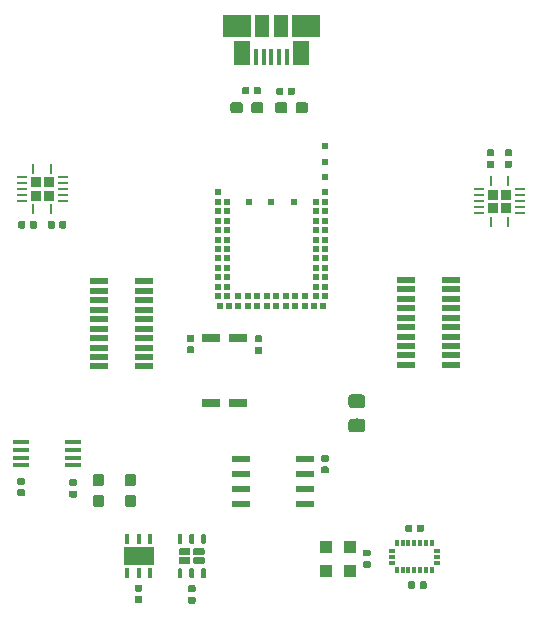
<source format=gbr>
G04 #@! TF.GenerationSoftware,KiCad,Pcbnew,(5.1.0)-1*
G04 #@! TF.CreationDate,2019-06-21T14:43:24-03:00*
G04 #@! TF.ProjectId,PCB_C,5043425f-432e-46b6-9963-61645f706362,rev?*
G04 #@! TF.SameCoordinates,Original*
G04 #@! TF.FileFunction,Paste,Top*
G04 #@! TF.FilePolarity,Positive*
%FSLAX46Y46*%
G04 Gerber Fmt 4.6, Leading zero omitted, Abs format (unit mm)*
G04 Created by KiCad (PCBNEW (5.1.0)-1) date 2019-06-21 14:43:24*
%MOMM*%
%LPD*%
G04 APERTURE LIST*
%ADD10R,1.175000X1.900000*%
%ADD11R,2.375000X1.900000*%
%ADD12R,1.475000X2.100000*%
%ADD13R,0.450000X1.380000*%
%ADD14R,1.550000X0.600000*%
%ADD15C,0.100000*%
%ADD16C,0.590000*%
%ADD17C,1.150000*%
%ADD18R,1.000000X1.000000*%
%ADD19R,0.600000X0.300000*%
%ADD20R,0.300000X0.600000*%
%ADD21C,0.950000*%
%ADD22R,0.280000X0.850000*%
%ADD23R,0.850000X0.280000*%
%ADD24R,0.820000X0.820000*%
%ADD25R,1.400000X0.450000*%
%ADD26R,0.500000X0.500000*%
%ADD27R,2.500000X1.600000*%
%ADD28R,0.450000X0.850000*%
%ADD29C,0.400000*%
%ADD30C,0.600000*%
%ADD31R,1.600000X0.700000*%
%ADD32R,1.500000X0.550000*%
G04 APERTURE END LIST*
D10*
X9160000Y15246200D03*
X10840000Y15246200D03*
D11*
X7090000Y15246200D03*
X12910000Y15246200D03*
D12*
X7537500Y12946200D03*
X12462500Y12946200D03*
D13*
X8700000Y12586200D03*
X9350000Y12586200D03*
X10000000Y12586200D03*
X10650000Y12586200D03*
X11300000Y12586200D03*
D14*
X7400000Y-21395000D03*
X7400000Y-22665000D03*
X7400000Y-23935000D03*
X7400000Y-25205000D03*
X12800000Y-25205000D03*
X12800000Y-23935000D03*
X12800000Y-22665000D03*
X12800000Y-21395000D03*
D15*
G36*
X3436958Y-33090710D02*
G01*
X3451276Y-33092834D01*
X3465317Y-33096351D01*
X3478946Y-33101228D01*
X3492031Y-33107417D01*
X3504447Y-33114858D01*
X3516073Y-33123481D01*
X3526798Y-33133202D01*
X3536519Y-33143927D01*
X3545142Y-33155553D01*
X3552583Y-33167969D01*
X3558772Y-33181054D01*
X3563649Y-33194683D01*
X3567166Y-33208724D01*
X3569290Y-33223042D01*
X3570000Y-33237500D01*
X3570000Y-33532500D01*
X3569290Y-33546958D01*
X3567166Y-33561276D01*
X3563649Y-33575317D01*
X3558772Y-33588946D01*
X3552583Y-33602031D01*
X3545142Y-33614447D01*
X3536519Y-33626073D01*
X3526798Y-33636798D01*
X3516073Y-33646519D01*
X3504447Y-33655142D01*
X3492031Y-33662583D01*
X3478946Y-33668772D01*
X3465317Y-33673649D01*
X3451276Y-33677166D01*
X3436958Y-33679290D01*
X3422500Y-33680000D01*
X3077500Y-33680000D01*
X3063042Y-33679290D01*
X3048724Y-33677166D01*
X3034683Y-33673649D01*
X3021054Y-33668772D01*
X3007969Y-33662583D01*
X2995553Y-33655142D01*
X2983927Y-33646519D01*
X2973202Y-33636798D01*
X2963481Y-33626073D01*
X2954858Y-33614447D01*
X2947417Y-33602031D01*
X2941228Y-33588946D01*
X2936351Y-33575317D01*
X2932834Y-33561276D01*
X2930710Y-33546958D01*
X2930000Y-33532500D01*
X2930000Y-33237500D01*
X2930710Y-33223042D01*
X2932834Y-33208724D01*
X2936351Y-33194683D01*
X2941228Y-33181054D01*
X2947417Y-33167969D01*
X2954858Y-33155553D01*
X2963481Y-33143927D01*
X2973202Y-33133202D01*
X2983927Y-33123481D01*
X2995553Y-33114858D01*
X3007969Y-33107417D01*
X3021054Y-33101228D01*
X3034683Y-33096351D01*
X3048724Y-33092834D01*
X3063042Y-33090710D01*
X3077500Y-33090000D01*
X3422500Y-33090000D01*
X3436958Y-33090710D01*
X3436958Y-33090710D01*
G37*
D16*
X3250000Y-33385000D03*
D15*
G36*
X3436958Y-32120710D02*
G01*
X3451276Y-32122834D01*
X3465317Y-32126351D01*
X3478946Y-32131228D01*
X3492031Y-32137417D01*
X3504447Y-32144858D01*
X3516073Y-32153481D01*
X3526798Y-32163202D01*
X3536519Y-32173927D01*
X3545142Y-32185553D01*
X3552583Y-32197969D01*
X3558772Y-32211054D01*
X3563649Y-32224683D01*
X3567166Y-32238724D01*
X3569290Y-32253042D01*
X3570000Y-32267500D01*
X3570000Y-32562500D01*
X3569290Y-32576958D01*
X3567166Y-32591276D01*
X3563649Y-32605317D01*
X3558772Y-32618946D01*
X3552583Y-32632031D01*
X3545142Y-32644447D01*
X3536519Y-32656073D01*
X3526798Y-32666798D01*
X3516073Y-32676519D01*
X3504447Y-32685142D01*
X3492031Y-32692583D01*
X3478946Y-32698772D01*
X3465317Y-32703649D01*
X3451276Y-32707166D01*
X3436958Y-32709290D01*
X3422500Y-32710000D01*
X3077500Y-32710000D01*
X3063042Y-32709290D01*
X3048724Y-32707166D01*
X3034683Y-32703649D01*
X3021054Y-32698772D01*
X3007969Y-32692583D01*
X2995553Y-32685142D01*
X2983927Y-32676519D01*
X2973202Y-32666798D01*
X2963481Y-32656073D01*
X2954858Y-32644447D01*
X2947417Y-32632031D01*
X2941228Y-32618946D01*
X2936351Y-32605317D01*
X2932834Y-32591276D01*
X2930710Y-32576958D01*
X2930000Y-32562500D01*
X2930000Y-32267500D01*
X2930710Y-32253042D01*
X2932834Y-32238724D01*
X2936351Y-32224683D01*
X2941228Y-32211054D01*
X2947417Y-32197969D01*
X2954858Y-32185553D01*
X2963481Y-32173927D01*
X2973202Y-32163202D01*
X2983927Y-32153481D01*
X2995553Y-32144858D01*
X3007969Y-32137417D01*
X3021054Y-32131228D01*
X3034683Y-32126351D01*
X3048724Y-32122834D01*
X3063042Y-32120710D01*
X3077500Y-32120000D01*
X3422500Y-32120000D01*
X3436958Y-32120710D01*
X3436958Y-32120710D01*
G37*
D16*
X3250000Y-32415000D03*
D15*
G36*
X28736958Y3809290D02*
G01*
X28751276Y3807166D01*
X28765317Y3803649D01*
X28778946Y3798772D01*
X28792031Y3792583D01*
X28804447Y3785142D01*
X28816073Y3776519D01*
X28826798Y3766798D01*
X28836519Y3756073D01*
X28845142Y3744447D01*
X28852583Y3732031D01*
X28858772Y3718946D01*
X28863649Y3705317D01*
X28867166Y3691276D01*
X28869290Y3676958D01*
X28870000Y3662500D01*
X28870000Y3367500D01*
X28869290Y3353042D01*
X28867166Y3338724D01*
X28863649Y3324683D01*
X28858772Y3311054D01*
X28852583Y3297969D01*
X28845142Y3285553D01*
X28836519Y3273927D01*
X28826798Y3263202D01*
X28816073Y3253481D01*
X28804447Y3244858D01*
X28792031Y3237417D01*
X28778946Y3231228D01*
X28765317Y3226351D01*
X28751276Y3222834D01*
X28736958Y3220710D01*
X28722500Y3220000D01*
X28377500Y3220000D01*
X28363042Y3220710D01*
X28348724Y3222834D01*
X28334683Y3226351D01*
X28321054Y3231228D01*
X28307969Y3237417D01*
X28295553Y3244858D01*
X28283927Y3253481D01*
X28273202Y3263202D01*
X28263481Y3273927D01*
X28254858Y3285553D01*
X28247417Y3297969D01*
X28241228Y3311054D01*
X28236351Y3324683D01*
X28232834Y3338724D01*
X28230710Y3353042D01*
X28230000Y3367500D01*
X28230000Y3662500D01*
X28230710Y3676958D01*
X28232834Y3691276D01*
X28236351Y3705317D01*
X28241228Y3718946D01*
X28247417Y3732031D01*
X28254858Y3744447D01*
X28263481Y3756073D01*
X28273202Y3766798D01*
X28283927Y3776519D01*
X28295553Y3785142D01*
X28307969Y3792583D01*
X28321054Y3798772D01*
X28334683Y3803649D01*
X28348724Y3807166D01*
X28363042Y3809290D01*
X28377500Y3810000D01*
X28722500Y3810000D01*
X28736958Y3809290D01*
X28736958Y3809290D01*
G37*
D16*
X28550000Y3515000D03*
D15*
G36*
X28736958Y4779290D02*
G01*
X28751276Y4777166D01*
X28765317Y4773649D01*
X28778946Y4768772D01*
X28792031Y4762583D01*
X28804447Y4755142D01*
X28816073Y4746519D01*
X28826798Y4736798D01*
X28836519Y4726073D01*
X28845142Y4714447D01*
X28852583Y4702031D01*
X28858772Y4688946D01*
X28863649Y4675317D01*
X28867166Y4661276D01*
X28869290Y4646958D01*
X28870000Y4632500D01*
X28870000Y4337500D01*
X28869290Y4323042D01*
X28867166Y4308724D01*
X28863649Y4294683D01*
X28858772Y4281054D01*
X28852583Y4267969D01*
X28845142Y4255553D01*
X28836519Y4243927D01*
X28826798Y4233202D01*
X28816073Y4223481D01*
X28804447Y4214858D01*
X28792031Y4207417D01*
X28778946Y4201228D01*
X28765317Y4196351D01*
X28751276Y4192834D01*
X28736958Y4190710D01*
X28722500Y4190000D01*
X28377500Y4190000D01*
X28363042Y4190710D01*
X28348724Y4192834D01*
X28334683Y4196351D01*
X28321054Y4201228D01*
X28307969Y4207417D01*
X28295553Y4214858D01*
X28283927Y4223481D01*
X28273202Y4233202D01*
X28263481Y4243927D01*
X28254858Y4255553D01*
X28247417Y4267969D01*
X28241228Y4281054D01*
X28236351Y4294683D01*
X28232834Y4308724D01*
X28230710Y4323042D01*
X28230000Y4337500D01*
X28230000Y4632500D01*
X28230710Y4646958D01*
X28232834Y4661276D01*
X28236351Y4675317D01*
X28241228Y4688946D01*
X28247417Y4702031D01*
X28254858Y4714447D01*
X28263481Y4726073D01*
X28273202Y4736798D01*
X28283927Y4746519D01*
X28295553Y4755142D01*
X28307969Y4762583D01*
X28321054Y4768772D01*
X28334683Y4773649D01*
X28348724Y4777166D01*
X28363042Y4779290D01*
X28377500Y4780000D01*
X28722500Y4780000D01*
X28736958Y4779290D01*
X28736958Y4779290D01*
G37*
D16*
X28550000Y4485000D03*
D15*
G36*
X3336958Y-11890710D02*
G01*
X3351276Y-11892834D01*
X3365317Y-11896351D01*
X3378946Y-11901228D01*
X3392031Y-11907417D01*
X3404447Y-11914858D01*
X3416073Y-11923481D01*
X3426798Y-11933202D01*
X3436519Y-11943927D01*
X3445142Y-11955553D01*
X3452583Y-11967969D01*
X3458772Y-11981054D01*
X3463649Y-11994683D01*
X3467166Y-12008724D01*
X3469290Y-12023042D01*
X3470000Y-12037500D01*
X3470000Y-12332500D01*
X3469290Y-12346958D01*
X3467166Y-12361276D01*
X3463649Y-12375317D01*
X3458772Y-12388946D01*
X3452583Y-12402031D01*
X3445142Y-12414447D01*
X3436519Y-12426073D01*
X3426798Y-12436798D01*
X3416073Y-12446519D01*
X3404447Y-12455142D01*
X3392031Y-12462583D01*
X3378946Y-12468772D01*
X3365317Y-12473649D01*
X3351276Y-12477166D01*
X3336958Y-12479290D01*
X3322500Y-12480000D01*
X2977500Y-12480000D01*
X2963042Y-12479290D01*
X2948724Y-12477166D01*
X2934683Y-12473649D01*
X2921054Y-12468772D01*
X2907969Y-12462583D01*
X2895553Y-12455142D01*
X2883927Y-12446519D01*
X2873202Y-12436798D01*
X2863481Y-12426073D01*
X2854858Y-12414447D01*
X2847417Y-12402031D01*
X2841228Y-12388946D01*
X2836351Y-12375317D01*
X2832834Y-12361276D01*
X2830710Y-12346958D01*
X2830000Y-12332500D01*
X2830000Y-12037500D01*
X2830710Y-12023042D01*
X2832834Y-12008724D01*
X2836351Y-11994683D01*
X2841228Y-11981054D01*
X2847417Y-11967969D01*
X2854858Y-11955553D01*
X2863481Y-11943927D01*
X2873202Y-11933202D01*
X2883927Y-11923481D01*
X2895553Y-11914858D01*
X2907969Y-11907417D01*
X2921054Y-11901228D01*
X2934683Y-11896351D01*
X2948724Y-11892834D01*
X2963042Y-11890710D01*
X2977500Y-11890000D01*
X3322500Y-11890000D01*
X3336958Y-11890710D01*
X3336958Y-11890710D01*
G37*
D16*
X3150000Y-12185000D03*
D15*
G36*
X3336958Y-10920710D02*
G01*
X3351276Y-10922834D01*
X3365317Y-10926351D01*
X3378946Y-10931228D01*
X3392031Y-10937417D01*
X3404447Y-10944858D01*
X3416073Y-10953481D01*
X3426798Y-10963202D01*
X3436519Y-10973927D01*
X3445142Y-10985553D01*
X3452583Y-10997969D01*
X3458772Y-11011054D01*
X3463649Y-11024683D01*
X3467166Y-11038724D01*
X3469290Y-11053042D01*
X3470000Y-11067500D01*
X3470000Y-11362500D01*
X3469290Y-11376958D01*
X3467166Y-11391276D01*
X3463649Y-11405317D01*
X3458772Y-11418946D01*
X3452583Y-11432031D01*
X3445142Y-11444447D01*
X3436519Y-11456073D01*
X3426798Y-11466798D01*
X3416073Y-11476519D01*
X3404447Y-11485142D01*
X3392031Y-11492583D01*
X3378946Y-11498772D01*
X3365317Y-11503649D01*
X3351276Y-11507166D01*
X3336958Y-11509290D01*
X3322500Y-11510000D01*
X2977500Y-11510000D01*
X2963042Y-11509290D01*
X2948724Y-11507166D01*
X2934683Y-11503649D01*
X2921054Y-11498772D01*
X2907969Y-11492583D01*
X2895553Y-11485142D01*
X2883927Y-11476519D01*
X2873202Y-11466798D01*
X2863481Y-11456073D01*
X2854858Y-11444447D01*
X2847417Y-11432031D01*
X2841228Y-11418946D01*
X2836351Y-11405317D01*
X2832834Y-11391276D01*
X2830710Y-11376958D01*
X2830000Y-11362500D01*
X2830000Y-11067500D01*
X2830710Y-11053042D01*
X2832834Y-11038724D01*
X2836351Y-11024683D01*
X2841228Y-11011054D01*
X2847417Y-10997969D01*
X2854858Y-10985553D01*
X2863481Y-10973927D01*
X2873202Y-10963202D01*
X2883927Y-10953481D01*
X2895553Y-10944858D01*
X2907969Y-10937417D01*
X2921054Y-10931228D01*
X2934683Y-10926351D01*
X2948724Y-10922834D01*
X2963042Y-10920710D01*
X2977500Y-10920000D01*
X3322500Y-10920000D01*
X3336958Y-10920710D01*
X3336958Y-10920710D01*
G37*
D16*
X3150000Y-11215000D03*
D15*
G36*
X9086958Y-11940710D02*
G01*
X9101276Y-11942834D01*
X9115317Y-11946351D01*
X9128946Y-11951228D01*
X9142031Y-11957417D01*
X9154447Y-11964858D01*
X9166073Y-11973481D01*
X9176798Y-11983202D01*
X9186519Y-11993927D01*
X9195142Y-12005553D01*
X9202583Y-12017969D01*
X9208772Y-12031054D01*
X9213649Y-12044683D01*
X9217166Y-12058724D01*
X9219290Y-12073042D01*
X9220000Y-12087500D01*
X9220000Y-12382500D01*
X9219290Y-12396958D01*
X9217166Y-12411276D01*
X9213649Y-12425317D01*
X9208772Y-12438946D01*
X9202583Y-12452031D01*
X9195142Y-12464447D01*
X9186519Y-12476073D01*
X9176798Y-12486798D01*
X9166073Y-12496519D01*
X9154447Y-12505142D01*
X9142031Y-12512583D01*
X9128946Y-12518772D01*
X9115317Y-12523649D01*
X9101276Y-12527166D01*
X9086958Y-12529290D01*
X9072500Y-12530000D01*
X8727500Y-12530000D01*
X8713042Y-12529290D01*
X8698724Y-12527166D01*
X8684683Y-12523649D01*
X8671054Y-12518772D01*
X8657969Y-12512583D01*
X8645553Y-12505142D01*
X8633927Y-12496519D01*
X8623202Y-12486798D01*
X8613481Y-12476073D01*
X8604858Y-12464447D01*
X8597417Y-12452031D01*
X8591228Y-12438946D01*
X8586351Y-12425317D01*
X8582834Y-12411276D01*
X8580710Y-12396958D01*
X8580000Y-12382500D01*
X8580000Y-12087500D01*
X8580710Y-12073042D01*
X8582834Y-12058724D01*
X8586351Y-12044683D01*
X8591228Y-12031054D01*
X8597417Y-12017969D01*
X8604858Y-12005553D01*
X8613481Y-11993927D01*
X8623202Y-11983202D01*
X8633927Y-11973481D01*
X8645553Y-11964858D01*
X8657969Y-11957417D01*
X8671054Y-11951228D01*
X8684683Y-11946351D01*
X8698724Y-11942834D01*
X8713042Y-11940710D01*
X8727500Y-11940000D01*
X9072500Y-11940000D01*
X9086958Y-11940710D01*
X9086958Y-11940710D01*
G37*
D16*
X8900000Y-12235000D03*
D15*
G36*
X9086958Y-10970710D02*
G01*
X9101276Y-10972834D01*
X9115317Y-10976351D01*
X9128946Y-10981228D01*
X9142031Y-10987417D01*
X9154447Y-10994858D01*
X9166073Y-11003481D01*
X9176798Y-11013202D01*
X9186519Y-11023927D01*
X9195142Y-11035553D01*
X9202583Y-11047969D01*
X9208772Y-11061054D01*
X9213649Y-11074683D01*
X9217166Y-11088724D01*
X9219290Y-11103042D01*
X9220000Y-11117500D01*
X9220000Y-11412500D01*
X9219290Y-11426958D01*
X9217166Y-11441276D01*
X9213649Y-11455317D01*
X9208772Y-11468946D01*
X9202583Y-11482031D01*
X9195142Y-11494447D01*
X9186519Y-11506073D01*
X9176798Y-11516798D01*
X9166073Y-11526519D01*
X9154447Y-11535142D01*
X9142031Y-11542583D01*
X9128946Y-11548772D01*
X9115317Y-11553649D01*
X9101276Y-11557166D01*
X9086958Y-11559290D01*
X9072500Y-11560000D01*
X8727500Y-11560000D01*
X8713042Y-11559290D01*
X8698724Y-11557166D01*
X8684683Y-11553649D01*
X8671054Y-11548772D01*
X8657969Y-11542583D01*
X8645553Y-11535142D01*
X8633927Y-11526519D01*
X8623202Y-11516798D01*
X8613481Y-11506073D01*
X8604858Y-11494447D01*
X8597417Y-11482031D01*
X8591228Y-11468946D01*
X8586351Y-11455317D01*
X8582834Y-11441276D01*
X8580710Y-11426958D01*
X8580000Y-11412500D01*
X8580000Y-11117500D01*
X8580710Y-11103042D01*
X8582834Y-11088724D01*
X8586351Y-11074683D01*
X8591228Y-11061054D01*
X8597417Y-11047969D01*
X8604858Y-11035553D01*
X8613481Y-11023927D01*
X8623202Y-11013202D01*
X8633927Y-11003481D01*
X8645553Y-10994858D01*
X8657969Y-10987417D01*
X8671054Y-10981228D01*
X8684683Y-10976351D01*
X8698724Y-10972834D01*
X8713042Y-10970710D01*
X8727500Y-10970000D01*
X9072500Y-10970000D01*
X9086958Y-10970710D01*
X9086958Y-10970710D01*
G37*
D16*
X8900000Y-11265000D03*
D15*
G36*
X30236958Y3809290D02*
G01*
X30251276Y3807166D01*
X30265317Y3803649D01*
X30278946Y3798772D01*
X30292031Y3792583D01*
X30304447Y3785142D01*
X30316073Y3776519D01*
X30326798Y3766798D01*
X30336519Y3756073D01*
X30345142Y3744447D01*
X30352583Y3732031D01*
X30358772Y3718946D01*
X30363649Y3705317D01*
X30367166Y3691276D01*
X30369290Y3676958D01*
X30370000Y3662500D01*
X30370000Y3367500D01*
X30369290Y3353042D01*
X30367166Y3338724D01*
X30363649Y3324683D01*
X30358772Y3311054D01*
X30352583Y3297969D01*
X30345142Y3285553D01*
X30336519Y3273927D01*
X30326798Y3263202D01*
X30316073Y3253481D01*
X30304447Y3244858D01*
X30292031Y3237417D01*
X30278946Y3231228D01*
X30265317Y3226351D01*
X30251276Y3222834D01*
X30236958Y3220710D01*
X30222500Y3220000D01*
X29877500Y3220000D01*
X29863042Y3220710D01*
X29848724Y3222834D01*
X29834683Y3226351D01*
X29821054Y3231228D01*
X29807969Y3237417D01*
X29795553Y3244858D01*
X29783927Y3253481D01*
X29773202Y3263202D01*
X29763481Y3273927D01*
X29754858Y3285553D01*
X29747417Y3297969D01*
X29741228Y3311054D01*
X29736351Y3324683D01*
X29732834Y3338724D01*
X29730710Y3353042D01*
X29730000Y3367500D01*
X29730000Y3662500D01*
X29730710Y3676958D01*
X29732834Y3691276D01*
X29736351Y3705317D01*
X29741228Y3718946D01*
X29747417Y3732031D01*
X29754858Y3744447D01*
X29763481Y3756073D01*
X29773202Y3766798D01*
X29783927Y3776519D01*
X29795553Y3785142D01*
X29807969Y3792583D01*
X29821054Y3798772D01*
X29834683Y3803649D01*
X29848724Y3807166D01*
X29863042Y3809290D01*
X29877500Y3810000D01*
X30222500Y3810000D01*
X30236958Y3809290D01*
X30236958Y3809290D01*
G37*
D16*
X30050000Y3515000D03*
D15*
G36*
X30236958Y4779290D02*
G01*
X30251276Y4777166D01*
X30265317Y4773649D01*
X30278946Y4768772D01*
X30292031Y4762583D01*
X30304447Y4755142D01*
X30316073Y4746519D01*
X30326798Y4736798D01*
X30336519Y4726073D01*
X30345142Y4714447D01*
X30352583Y4702031D01*
X30358772Y4688946D01*
X30363649Y4675317D01*
X30367166Y4661276D01*
X30369290Y4646958D01*
X30370000Y4632500D01*
X30370000Y4337500D01*
X30369290Y4323042D01*
X30367166Y4308724D01*
X30363649Y4294683D01*
X30358772Y4281054D01*
X30352583Y4267969D01*
X30345142Y4255553D01*
X30336519Y4243927D01*
X30326798Y4233202D01*
X30316073Y4223481D01*
X30304447Y4214858D01*
X30292031Y4207417D01*
X30278946Y4201228D01*
X30265317Y4196351D01*
X30251276Y4192834D01*
X30236958Y4190710D01*
X30222500Y4190000D01*
X29877500Y4190000D01*
X29863042Y4190710D01*
X29848724Y4192834D01*
X29834683Y4196351D01*
X29821054Y4201228D01*
X29807969Y4207417D01*
X29795553Y4214858D01*
X29783927Y4223481D01*
X29773202Y4233202D01*
X29763481Y4243927D01*
X29754858Y4255553D01*
X29747417Y4267969D01*
X29741228Y4281054D01*
X29736351Y4294683D01*
X29732834Y4308724D01*
X29730710Y4323042D01*
X29730000Y4337500D01*
X29730000Y4632500D01*
X29730710Y4646958D01*
X29732834Y4661276D01*
X29736351Y4675317D01*
X29741228Y4688946D01*
X29747417Y4702031D01*
X29754858Y4714447D01*
X29763481Y4726073D01*
X29773202Y4736798D01*
X29783927Y4746519D01*
X29795553Y4755142D01*
X29807969Y4762583D01*
X29821054Y4768772D01*
X29834683Y4773649D01*
X29848724Y4777166D01*
X29863042Y4779290D01*
X29877500Y4780000D01*
X30222500Y4780000D01*
X30236958Y4779290D01*
X30236958Y4779290D01*
G37*
D16*
X30050000Y4485000D03*
D15*
G36*
X17695705Y-15969004D02*
G01*
X17719973Y-15972604D01*
X17743772Y-15978565D01*
X17766871Y-15986830D01*
X17789050Y-15997320D01*
X17810093Y-16009932D01*
X17829799Y-16024547D01*
X17847977Y-16041023D01*
X17864453Y-16059201D01*
X17879068Y-16078907D01*
X17891680Y-16099950D01*
X17902170Y-16122129D01*
X17910435Y-16145228D01*
X17916396Y-16169027D01*
X17919996Y-16193295D01*
X17921200Y-16217799D01*
X17921200Y-16867801D01*
X17919996Y-16892305D01*
X17916396Y-16916573D01*
X17910435Y-16940372D01*
X17902170Y-16963471D01*
X17891680Y-16985650D01*
X17879068Y-17006693D01*
X17864453Y-17026399D01*
X17847977Y-17044577D01*
X17829799Y-17061053D01*
X17810093Y-17075668D01*
X17789050Y-17088280D01*
X17766871Y-17098770D01*
X17743772Y-17107035D01*
X17719973Y-17112996D01*
X17695705Y-17116596D01*
X17671201Y-17117800D01*
X16771199Y-17117800D01*
X16746695Y-17116596D01*
X16722427Y-17112996D01*
X16698628Y-17107035D01*
X16675529Y-17098770D01*
X16653350Y-17088280D01*
X16632307Y-17075668D01*
X16612601Y-17061053D01*
X16594423Y-17044577D01*
X16577947Y-17026399D01*
X16563332Y-17006693D01*
X16550720Y-16985650D01*
X16540230Y-16963471D01*
X16531965Y-16940372D01*
X16526004Y-16916573D01*
X16522404Y-16892305D01*
X16521200Y-16867801D01*
X16521200Y-16217799D01*
X16522404Y-16193295D01*
X16526004Y-16169027D01*
X16531965Y-16145228D01*
X16540230Y-16122129D01*
X16550720Y-16099950D01*
X16563332Y-16078907D01*
X16577947Y-16059201D01*
X16594423Y-16041023D01*
X16612601Y-16024547D01*
X16632307Y-16009932D01*
X16653350Y-15997320D01*
X16675529Y-15986830D01*
X16698628Y-15978565D01*
X16722427Y-15972604D01*
X16746695Y-15969004D01*
X16771199Y-15967800D01*
X17671201Y-15967800D01*
X17695705Y-15969004D01*
X17695705Y-15969004D01*
G37*
D17*
X17221200Y-16542800D03*
D15*
G36*
X17695705Y-18019004D02*
G01*
X17719973Y-18022604D01*
X17743772Y-18028565D01*
X17766871Y-18036830D01*
X17789050Y-18047320D01*
X17810093Y-18059932D01*
X17829799Y-18074547D01*
X17847977Y-18091023D01*
X17864453Y-18109201D01*
X17879068Y-18128907D01*
X17891680Y-18149950D01*
X17902170Y-18172129D01*
X17910435Y-18195228D01*
X17916396Y-18219027D01*
X17919996Y-18243295D01*
X17921200Y-18267799D01*
X17921200Y-18917801D01*
X17919996Y-18942305D01*
X17916396Y-18966573D01*
X17910435Y-18990372D01*
X17902170Y-19013471D01*
X17891680Y-19035650D01*
X17879068Y-19056693D01*
X17864453Y-19076399D01*
X17847977Y-19094577D01*
X17829799Y-19111053D01*
X17810093Y-19125668D01*
X17789050Y-19138280D01*
X17766871Y-19148770D01*
X17743772Y-19157035D01*
X17719973Y-19162996D01*
X17695705Y-19166596D01*
X17671201Y-19167800D01*
X16771199Y-19167800D01*
X16746695Y-19166596D01*
X16722427Y-19162996D01*
X16698628Y-19157035D01*
X16675529Y-19148770D01*
X16653350Y-19138280D01*
X16632307Y-19125668D01*
X16612601Y-19111053D01*
X16594423Y-19094577D01*
X16577947Y-19076399D01*
X16563332Y-19056693D01*
X16550720Y-19035650D01*
X16540230Y-19013471D01*
X16531965Y-18990372D01*
X16526004Y-18966573D01*
X16522404Y-18942305D01*
X16521200Y-18917801D01*
X16521200Y-18267799D01*
X16522404Y-18243295D01*
X16526004Y-18219027D01*
X16531965Y-18195228D01*
X16540230Y-18172129D01*
X16550720Y-18149950D01*
X16563332Y-18128907D01*
X16577947Y-18109201D01*
X16594423Y-18091023D01*
X16612601Y-18074547D01*
X16632307Y-18059932D01*
X16653350Y-18047320D01*
X16675529Y-18036830D01*
X16698628Y-18028565D01*
X16722427Y-18022604D01*
X16746695Y-18019004D01*
X16771199Y-18017800D01*
X17671201Y-18017800D01*
X17695705Y-18019004D01*
X17695705Y-18019004D01*
G37*
D17*
X17221200Y-18592800D03*
D15*
G36*
X8961958Y10069290D02*
G01*
X8976276Y10067166D01*
X8990317Y10063649D01*
X9003946Y10058772D01*
X9017031Y10052583D01*
X9029447Y10045142D01*
X9041073Y10036519D01*
X9051798Y10026798D01*
X9061519Y10016073D01*
X9070142Y10004447D01*
X9077583Y9992031D01*
X9083772Y9978946D01*
X9088649Y9965317D01*
X9092166Y9951276D01*
X9094290Y9936958D01*
X9095000Y9922500D01*
X9095000Y9577500D01*
X9094290Y9563042D01*
X9092166Y9548724D01*
X9088649Y9534683D01*
X9083772Y9521054D01*
X9077583Y9507969D01*
X9070142Y9495553D01*
X9061519Y9483927D01*
X9051798Y9473202D01*
X9041073Y9463481D01*
X9029447Y9454858D01*
X9017031Y9447417D01*
X9003946Y9441228D01*
X8990317Y9436351D01*
X8976276Y9432834D01*
X8961958Y9430710D01*
X8947500Y9430000D01*
X8652500Y9430000D01*
X8638042Y9430710D01*
X8623724Y9432834D01*
X8609683Y9436351D01*
X8596054Y9441228D01*
X8582969Y9447417D01*
X8570553Y9454858D01*
X8558927Y9463481D01*
X8548202Y9473202D01*
X8538481Y9483927D01*
X8529858Y9495553D01*
X8522417Y9507969D01*
X8516228Y9521054D01*
X8511351Y9534683D01*
X8507834Y9548724D01*
X8505710Y9563042D01*
X8505000Y9577500D01*
X8505000Y9922500D01*
X8505710Y9936958D01*
X8507834Y9951276D01*
X8511351Y9965317D01*
X8516228Y9978946D01*
X8522417Y9992031D01*
X8529858Y10004447D01*
X8538481Y10016073D01*
X8548202Y10026798D01*
X8558927Y10036519D01*
X8570553Y10045142D01*
X8582969Y10052583D01*
X8596054Y10058772D01*
X8609683Y10063649D01*
X8623724Y10067166D01*
X8638042Y10069290D01*
X8652500Y10070000D01*
X8947500Y10070000D01*
X8961958Y10069290D01*
X8961958Y10069290D01*
G37*
D16*
X8800000Y9750000D03*
D15*
G36*
X7991958Y10069290D02*
G01*
X8006276Y10067166D01*
X8020317Y10063649D01*
X8033946Y10058772D01*
X8047031Y10052583D01*
X8059447Y10045142D01*
X8071073Y10036519D01*
X8081798Y10026798D01*
X8091519Y10016073D01*
X8100142Y10004447D01*
X8107583Y9992031D01*
X8113772Y9978946D01*
X8118649Y9965317D01*
X8122166Y9951276D01*
X8124290Y9936958D01*
X8125000Y9922500D01*
X8125000Y9577500D01*
X8124290Y9563042D01*
X8122166Y9548724D01*
X8118649Y9534683D01*
X8113772Y9521054D01*
X8107583Y9507969D01*
X8100142Y9495553D01*
X8091519Y9483927D01*
X8081798Y9473202D01*
X8071073Y9463481D01*
X8059447Y9454858D01*
X8047031Y9447417D01*
X8033946Y9441228D01*
X8020317Y9436351D01*
X8006276Y9432834D01*
X7991958Y9430710D01*
X7977500Y9430000D01*
X7682500Y9430000D01*
X7668042Y9430710D01*
X7653724Y9432834D01*
X7639683Y9436351D01*
X7626054Y9441228D01*
X7612969Y9447417D01*
X7600553Y9454858D01*
X7588927Y9463481D01*
X7578202Y9473202D01*
X7568481Y9483927D01*
X7559858Y9495553D01*
X7552417Y9507969D01*
X7546228Y9521054D01*
X7541351Y9534683D01*
X7537834Y9548724D01*
X7535710Y9563042D01*
X7535000Y9577500D01*
X7535000Y9922500D01*
X7535710Y9936958D01*
X7537834Y9951276D01*
X7541351Y9965317D01*
X7546228Y9978946D01*
X7552417Y9992031D01*
X7559858Y10004447D01*
X7568481Y10016073D01*
X7578202Y10026798D01*
X7588927Y10036519D01*
X7600553Y10045142D01*
X7612969Y10052583D01*
X7626054Y10058772D01*
X7639683Y10063649D01*
X7653724Y10067166D01*
X7668042Y10069290D01*
X7682500Y10070000D01*
X7977500Y10070000D01*
X7991958Y10069290D01*
X7991958Y10069290D01*
G37*
D16*
X7830000Y9750000D03*
D15*
G36*
X11846958Y10019290D02*
G01*
X11861276Y10017166D01*
X11875317Y10013649D01*
X11888946Y10008772D01*
X11902031Y10002583D01*
X11914447Y9995142D01*
X11926073Y9986519D01*
X11936798Y9976798D01*
X11946519Y9966073D01*
X11955142Y9954447D01*
X11962583Y9942031D01*
X11968772Y9928946D01*
X11973649Y9915317D01*
X11977166Y9901276D01*
X11979290Y9886958D01*
X11980000Y9872500D01*
X11980000Y9527500D01*
X11979290Y9513042D01*
X11977166Y9498724D01*
X11973649Y9484683D01*
X11968772Y9471054D01*
X11962583Y9457969D01*
X11955142Y9445553D01*
X11946519Y9433927D01*
X11936798Y9423202D01*
X11926073Y9413481D01*
X11914447Y9404858D01*
X11902031Y9397417D01*
X11888946Y9391228D01*
X11875317Y9386351D01*
X11861276Y9382834D01*
X11846958Y9380710D01*
X11832500Y9380000D01*
X11537500Y9380000D01*
X11523042Y9380710D01*
X11508724Y9382834D01*
X11494683Y9386351D01*
X11481054Y9391228D01*
X11467969Y9397417D01*
X11455553Y9404858D01*
X11443927Y9413481D01*
X11433202Y9423202D01*
X11423481Y9433927D01*
X11414858Y9445553D01*
X11407417Y9457969D01*
X11401228Y9471054D01*
X11396351Y9484683D01*
X11392834Y9498724D01*
X11390710Y9513042D01*
X11390000Y9527500D01*
X11390000Y9872500D01*
X11390710Y9886958D01*
X11392834Y9901276D01*
X11396351Y9915317D01*
X11401228Y9928946D01*
X11407417Y9942031D01*
X11414858Y9954447D01*
X11423481Y9966073D01*
X11433202Y9976798D01*
X11443927Y9986519D01*
X11455553Y9995142D01*
X11467969Y10002583D01*
X11481054Y10008772D01*
X11494683Y10013649D01*
X11508724Y10017166D01*
X11523042Y10019290D01*
X11537500Y10020000D01*
X11832500Y10020000D01*
X11846958Y10019290D01*
X11846958Y10019290D01*
G37*
D16*
X11685000Y9700000D03*
D15*
G36*
X10876958Y10019290D02*
G01*
X10891276Y10017166D01*
X10905317Y10013649D01*
X10918946Y10008772D01*
X10932031Y10002583D01*
X10944447Y9995142D01*
X10956073Y9986519D01*
X10966798Y9976798D01*
X10976519Y9966073D01*
X10985142Y9954447D01*
X10992583Y9942031D01*
X10998772Y9928946D01*
X11003649Y9915317D01*
X11007166Y9901276D01*
X11009290Y9886958D01*
X11010000Y9872500D01*
X11010000Y9527500D01*
X11009290Y9513042D01*
X11007166Y9498724D01*
X11003649Y9484683D01*
X10998772Y9471054D01*
X10992583Y9457969D01*
X10985142Y9445553D01*
X10976519Y9433927D01*
X10966798Y9423202D01*
X10956073Y9413481D01*
X10944447Y9404858D01*
X10932031Y9397417D01*
X10918946Y9391228D01*
X10905317Y9386351D01*
X10891276Y9382834D01*
X10876958Y9380710D01*
X10862500Y9380000D01*
X10567500Y9380000D01*
X10553042Y9380710D01*
X10538724Y9382834D01*
X10524683Y9386351D01*
X10511054Y9391228D01*
X10497969Y9397417D01*
X10485553Y9404858D01*
X10473927Y9413481D01*
X10463202Y9423202D01*
X10453481Y9433927D01*
X10444858Y9445553D01*
X10437417Y9457969D01*
X10431228Y9471054D01*
X10426351Y9484683D01*
X10422834Y9498724D01*
X10420710Y9513042D01*
X10420000Y9527500D01*
X10420000Y9872500D01*
X10420710Y9886958D01*
X10422834Y9901276D01*
X10426351Y9915317D01*
X10431228Y9928946D01*
X10437417Y9942031D01*
X10444858Y9954447D01*
X10453481Y9966073D01*
X10463202Y9976798D01*
X10473927Y9986519D01*
X10485553Y9995142D01*
X10497969Y10002583D01*
X10511054Y10008772D01*
X10524683Y10013649D01*
X10538724Y10017166D01*
X10553042Y10019290D01*
X10567500Y10020000D01*
X10862500Y10020000D01*
X10876958Y10019290D01*
X10876958Y10019290D01*
G37*
D16*
X10715000Y9700000D03*
D15*
G36*
X-6613042Y-23135710D02*
G01*
X-6598724Y-23137834D01*
X-6584683Y-23141351D01*
X-6571054Y-23146228D01*
X-6557969Y-23152417D01*
X-6545553Y-23159858D01*
X-6533927Y-23168481D01*
X-6523202Y-23178202D01*
X-6513481Y-23188927D01*
X-6504858Y-23200553D01*
X-6497417Y-23212969D01*
X-6491228Y-23226054D01*
X-6486351Y-23239683D01*
X-6482834Y-23253724D01*
X-6480710Y-23268042D01*
X-6480000Y-23282500D01*
X-6480000Y-23577500D01*
X-6480710Y-23591958D01*
X-6482834Y-23606276D01*
X-6486351Y-23620317D01*
X-6491228Y-23633946D01*
X-6497417Y-23647031D01*
X-6504858Y-23659447D01*
X-6513481Y-23671073D01*
X-6523202Y-23681798D01*
X-6533927Y-23691519D01*
X-6545553Y-23700142D01*
X-6557969Y-23707583D01*
X-6571054Y-23713772D01*
X-6584683Y-23718649D01*
X-6598724Y-23722166D01*
X-6613042Y-23724290D01*
X-6627500Y-23725000D01*
X-6972500Y-23725000D01*
X-6986958Y-23724290D01*
X-7001276Y-23722166D01*
X-7015317Y-23718649D01*
X-7028946Y-23713772D01*
X-7042031Y-23707583D01*
X-7054447Y-23700142D01*
X-7066073Y-23691519D01*
X-7076798Y-23681798D01*
X-7086519Y-23671073D01*
X-7095142Y-23659447D01*
X-7102583Y-23647031D01*
X-7108772Y-23633946D01*
X-7113649Y-23620317D01*
X-7117166Y-23606276D01*
X-7119290Y-23591958D01*
X-7120000Y-23577500D01*
X-7120000Y-23282500D01*
X-7119290Y-23268042D01*
X-7117166Y-23253724D01*
X-7113649Y-23239683D01*
X-7108772Y-23226054D01*
X-7102583Y-23212969D01*
X-7095142Y-23200553D01*
X-7086519Y-23188927D01*
X-7076798Y-23178202D01*
X-7066073Y-23168481D01*
X-7054447Y-23159858D01*
X-7042031Y-23152417D01*
X-7028946Y-23146228D01*
X-7015317Y-23141351D01*
X-7001276Y-23137834D01*
X-6986958Y-23135710D01*
X-6972500Y-23135000D01*
X-6627500Y-23135000D01*
X-6613042Y-23135710D01*
X-6613042Y-23135710D01*
G37*
D16*
X-6800000Y-23430000D03*
D15*
G36*
X-6613042Y-24105710D02*
G01*
X-6598724Y-24107834D01*
X-6584683Y-24111351D01*
X-6571054Y-24116228D01*
X-6557969Y-24122417D01*
X-6545553Y-24129858D01*
X-6533927Y-24138481D01*
X-6523202Y-24148202D01*
X-6513481Y-24158927D01*
X-6504858Y-24170553D01*
X-6497417Y-24182969D01*
X-6491228Y-24196054D01*
X-6486351Y-24209683D01*
X-6482834Y-24223724D01*
X-6480710Y-24238042D01*
X-6480000Y-24252500D01*
X-6480000Y-24547500D01*
X-6480710Y-24561958D01*
X-6482834Y-24576276D01*
X-6486351Y-24590317D01*
X-6491228Y-24603946D01*
X-6497417Y-24617031D01*
X-6504858Y-24629447D01*
X-6513481Y-24641073D01*
X-6523202Y-24651798D01*
X-6533927Y-24661519D01*
X-6545553Y-24670142D01*
X-6557969Y-24677583D01*
X-6571054Y-24683772D01*
X-6584683Y-24688649D01*
X-6598724Y-24692166D01*
X-6613042Y-24694290D01*
X-6627500Y-24695000D01*
X-6972500Y-24695000D01*
X-6986958Y-24694290D01*
X-7001276Y-24692166D01*
X-7015317Y-24688649D01*
X-7028946Y-24683772D01*
X-7042031Y-24677583D01*
X-7054447Y-24670142D01*
X-7066073Y-24661519D01*
X-7076798Y-24651798D01*
X-7086519Y-24641073D01*
X-7095142Y-24629447D01*
X-7102583Y-24617031D01*
X-7108772Y-24603946D01*
X-7113649Y-24590317D01*
X-7117166Y-24576276D01*
X-7119290Y-24561958D01*
X-7120000Y-24547500D01*
X-7120000Y-24252500D01*
X-7119290Y-24238042D01*
X-7117166Y-24223724D01*
X-7113649Y-24209683D01*
X-7108772Y-24196054D01*
X-7102583Y-24182969D01*
X-7095142Y-24170553D01*
X-7086519Y-24158927D01*
X-7076798Y-24148202D01*
X-7066073Y-24138481D01*
X-7054447Y-24129858D01*
X-7042031Y-24122417D01*
X-7028946Y-24116228D01*
X-7015317Y-24111351D01*
X-7001276Y-24107834D01*
X-6986958Y-24105710D01*
X-6972500Y-24105000D01*
X-6627500Y-24105000D01*
X-6613042Y-24105710D01*
X-6613042Y-24105710D01*
G37*
D16*
X-6800000Y-24400000D03*
D15*
G36*
X14711958Y-22065710D02*
G01*
X14726276Y-22067834D01*
X14740317Y-22071351D01*
X14753946Y-22076228D01*
X14767031Y-22082417D01*
X14779447Y-22089858D01*
X14791073Y-22098481D01*
X14801798Y-22108202D01*
X14811519Y-22118927D01*
X14820142Y-22130553D01*
X14827583Y-22142969D01*
X14833772Y-22156054D01*
X14838649Y-22169683D01*
X14842166Y-22183724D01*
X14844290Y-22198042D01*
X14845000Y-22212500D01*
X14845000Y-22507500D01*
X14844290Y-22521958D01*
X14842166Y-22536276D01*
X14838649Y-22550317D01*
X14833772Y-22563946D01*
X14827583Y-22577031D01*
X14820142Y-22589447D01*
X14811519Y-22601073D01*
X14801798Y-22611798D01*
X14791073Y-22621519D01*
X14779447Y-22630142D01*
X14767031Y-22637583D01*
X14753946Y-22643772D01*
X14740317Y-22648649D01*
X14726276Y-22652166D01*
X14711958Y-22654290D01*
X14697500Y-22655000D01*
X14352500Y-22655000D01*
X14338042Y-22654290D01*
X14323724Y-22652166D01*
X14309683Y-22648649D01*
X14296054Y-22643772D01*
X14282969Y-22637583D01*
X14270553Y-22630142D01*
X14258927Y-22621519D01*
X14248202Y-22611798D01*
X14238481Y-22601073D01*
X14229858Y-22589447D01*
X14222417Y-22577031D01*
X14216228Y-22563946D01*
X14211351Y-22550317D01*
X14207834Y-22536276D01*
X14205710Y-22521958D01*
X14205000Y-22507500D01*
X14205000Y-22212500D01*
X14205710Y-22198042D01*
X14207834Y-22183724D01*
X14211351Y-22169683D01*
X14216228Y-22156054D01*
X14222417Y-22142969D01*
X14229858Y-22130553D01*
X14238481Y-22118927D01*
X14248202Y-22108202D01*
X14258927Y-22098481D01*
X14270553Y-22089858D01*
X14282969Y-22082417D01*
X14296054Y-22076228D01*
X14309683Y-22071351D01*
X14323724Y-22067834D01*
X14338042Y-22065710D01*
X14352500Y-22065000D01*
X14697500Y-22065000D01*
X14711958Y-22065710D01*
X14711958Y-22065710D01*
G37*
D16*
X14525000Y-22360000D03*
D15*
G36*
X14711958Y-21095710D02*
G01*
X14726276Y-21097834D01*
X14740317Y-21101351D01*
X14753946Y-21106228D01*
X14767031Y-21112417D01*
X14779447Y-21119858D01*
X14791073Y-21128481D01*
X14801798Y-21138202D01*
X14811519Y-21148927D01*
X14820142Y-21160553D01*
X14827583Y-21172969D01*
X14833772Y-21186054D01*
X14838649Y-21199683D01*
X14842166Y-21213724D01*
X14844290Y-21228042D01*
X14845000Y-21242500D01*
X14845000Y-21537500D01*
X14844290Y-21551958D01*
X14842166Y-21566276D01*
X14838649Y-21580317D01*
X14833772Y-21593946D01*
X14827583Y-21607031D01*
X14820142Y-21619447D01*
X14811519Y-21631073D01*
X14801798Y-21641798D01*
X14791073Y-21651519D01*
X14779447Y-21660142D01*
X14767031Y-21667583D01*
X14753946Y-21673772D01*
X14740317Y-21678649D01*
X14726276Y-21682166D01*
X14711958Y-21684290D01*
X14697500Y-21685000D01*
X14352500Y-21685000D01*
X14338042Y-21684290D01*
X14323724Y-21682166D01*
X14309683Y-21678649D01*
X14296054Y-21673772D01*
X14282969Y-21667583D01*
X14270553Y-21660142D01*
X14258927Y-21651519D01*
X14248202Y-21641798D01*
X14238481Y-21631073D01*
X14229858Y-21619447D01*
X14222417Y-21607031D01*
X14216228Y-21593946D01*
X14211351Y-21580317D01*
X14207834Y-21566276D01*
X14205710Y-21551958D01*
X14205000Y-21537500D01*
X14205000Y-21242500D01*
X14205710Y-21228042D01*
X14207834Y-21213724D01*
X14211351Y-21199683D01*
X14216228Y-21186054D01*
X14222417Y-21172969D01*
X14229858Y-21160553D01*
X14238481Y-21148927D01*
X14248202Y-21138202D01*
X14258927Y-21128481D01*
X14270553Y-21119858D01*
X14282969Y-21112417D01*
X14296054Y-21106228D01*
X14309683Y-21101351D01*
X14323724Y-21097834D01*
X14338042Y-21095710D01*
X14352500Y-21095000D01*
X14697500Y-21095000D01*
X14711958Y-21095710D01*
X14711958Y-21095710D01*
G37*
D16*
X14525000Y-21390000D03*
D15*
G36*
X-11013042Y-23990710D02*
G01*
X-10998724Y-23992834D01*
X-10984683Y-23996351D01*
X-10971054Y-24001228D01*
X-10957969Y-24007417D01*
X-10945553Y-24014858D01*
X-10933927Y-24023481D01*
X-10923202Y-24033202D01*
X-10913481Y-24043927D01*
X-10904858Y-24055553D01*
X-10897417Y-24067969D01*
X-10891228Y-24081054D01*
X-10886351Y-24094683D01*
X-10882834Y-24108724D01*
X-10880710Y-24123042D01*
X-10880000Y-24137500D01*
X-10880000Y-24432500D01*
X-10880710Y-24446958D01*
X-10882834Y-24461276D01*
X-10886351Y-24475317D01*
X-10891228Y-24488946D01*
X-10897417Y-24502031D01*
X-10904858Y-24514447D01*
X-10913481Y-24526073D01*
X-10923202Y-24536798D01*
X-10933927Y-24546519D01*
X-10945553Y-24555142D01*
X-10957969Y-24562583D01*
X-10971054Y-24568772D01*
X-10984683Y-24573649D01*
X-10998724Y-24577166D01*
X-11013042Y-24579290D01*
X-11027500Y-24580000D01*
X-11372500Y-24580000D01*
X-11386958Y-24579290D01*
X-11401276Y-24577166D01*
X-11415317Y-24573649D01*
X-11428946Y-24568772D01*
X-11442031Y-24562583D01*
X-11454447Y-24555142D01*
X-11466073Y-24546519D01*
X-11476798Y-24536798D01*
X-11486519Y-24526073D01*
X-11495142Y-24514447D01*
X-11502583Y-24502031D01*
X-11508772Y-24488946D01*
X-11513649Y-24475317D01*
X-11517166Y-24461276D01*
X-11519290Y-24446958D01*
X-11520000Y-24432500D01*
X-11520000Y-24137500D01*
X-11519290Y-24123042D01*
X-11517166Y-24108724D01*
X-11513649Y-24094683D01*
X-11508772Y-24081054D01*
X-11502583Y-24067969D01*
X-11495142Y-24055553D01*
X-11486519Y-24043927D01*
X-11476798Y-24033202D01*
X-11466073Y-24023481D01*
X-11454447Y-24014858D01*
X-11442031Y-24007417D01*
X-11428946Y-24001228D01*
X-11415317Y-23996351D01*
X-11401276Y-23992834D01*
X-11386958Y-23990710D01*
X-11372500Y-23990000D01*
X-11027500Y-23990000D01*
X-11013042Y-23990710D01*
X-11013042Y-23990710D01*
G37*
D16*
X-11200000Y-24285000D03*
D15*
G36*
X-11013042Y-23020710D02*
G01*
X-10998724Y-23022834D01*
X-10984683Y-23026351D01*
X-10971054Y-23031228D01*
X-10957969Y-23037417D01*
X-10945553Y-23044858D01*
X-10933927Y-23053481D01*
X-10923202Y-23063202D01*
X-10913481Y-23073927D01*
X-10904858Y-23085553D01*
X-10897417Y-23097969D01*
X-10891228Y-23111054D01*
X-10886351Y-23124683D01*
X-10882834Y-23138724D01*
X-10880710Y-23153042D01*
X-10880000Y-23167500D01*
X-10880000Y-23462500D01*
X-10880710Y-23476958D01*
X-10882834Y-23491276D01*
X-10886351Y-23505317D01*
X-10891228Y-23518946D01*
X-10897417Y-23532031D01*
X-10904858Y-23544447D01*
X-10913481Y-23556073D01*
X-10923202Y-23566798D01*
X-10933927Y-23576519D01*
X-10945553Y-23585142D01*
X-10957969Y-23592583D01*
X-10971054Y-23598772D01*
X-10984683Y-23603649D01*
X-10998724Y-23607166D01*
X-11013042Y-23609290D01*
X-11027500Y-23610000D01*
X-11372500Y-23610000D01*
X-11386958Y-23609290D01*
X-11401276Y-23607166D01*
X-11415317Y-23603649D01*
X-11428946Y-23598772D01*
X-11442031Y-23592583D01*
X-11454447Y-23585142D01*
X-11466073Y-23576519D01*
X-11476798Y-23566798D01*
X-11486519Y-23556073D01*
X-11495142Y-23544447D01*
X-11502583Y-23532031D01*
X-11508772Y-23518946D01*
X-11513649Y-23505317D01*
X-11517166Y-23491276D01*
X-11519290Y-23476958D01*
X-11520000Y-23462500D01*
X-11520000Y-23167500D01*
X-11519290Y-23153042D01*
X-11517166Y-23138724D01*
X-11513649Y-23124683D01*
X-11508772Y-23111054D01*
X-11502583Y-23097969D01*
X-11495142Y-23085553D01*
X-11486519Y-23073927D01*
X-11476798Y-23063202D01*
X-11466073Y-23053481D01*
X-11454447Y-23044858D01*
X-11442031Y-23037417D01*
X-11428946Y-23031228D01*
X-11415317Y-23026351D01*
X-11401276Y-23022834D01*
X-11386958Y-23020710D01*
X-11372500Y-23020000D01*
X-11027500Y-23020000D01*
X-11013042Y-23020710D01*
X-11013042Y-23020710D01*
G37*
D16*
X-11200000Y-23315000D03*
D15*
G36*
X-7503042Y-1280710D02*
G01*
X-7488724Y-1282834D01*
X-7474683Y-1286351D01*
X-7461054Y-1291228D01*
X-7447969Y-1297417D01*
X-7435553Y-1304858D01*
X-7423927Y-1313481D01*
X-7413202Y-1323202D01*
X-7403481Y-1333927D01*
X-7394858Y-1345553D01*
X-7387417Y-1357969D01*
X-7381228Y-1371054D01*
X-7376351Y-1384683D01*
X-7372834Y-1398724D01*
X-7370710Y-1413042D01*
X-7370000Y-1427500D01*
X-7370000Y-1772500D01*
X-7370710Y-1786958D01*
X-7372834Y-1801276D01*
X-7376351Y-1815317D01*
X-7381228Y-1828946D01*
X-7387417Y-1842031D01*
X-7394858Y-1854447D01*
X-7403481Y-1866073D01*
X-7413202Y-1876798D01*
X-7423927Y-1886519D01*
X-7435553Y-1895142D01*
X-7447969Y-1902583D01*
X-7461054Y-1908772D01*
X-7474683Y-1913649D01*
X-7488724Y-1917166D01*
X-7503042Y-1919290D01*
X-7517500Y-1920000D01*
X-7812500Y-1920000D01*
X-7826958Y-1919290D01*
X-7841276Y-1917166D01*
X-7855317Y-1913649D01*
X-7868946Y-1908772D01*
X-7882031Y-1902583D01*
X-7894447Y-1895142D01*
X-7906073Y-1886519D01*
X-7916798Y-1876798D01*
X-7926519Y-1866073D01*
X-7935142Y-1854447D01*
X-7942583Y-1842031D01*
X-7948772Y-1828946D01*
X-7953649Y-1815317D01*
X-7957166Y-1801276D01*
X-7959290Y-1786958D01*
X-7960000Y-1772500D01*
X-7960000Y-1427500D01*
X-7959290Y-1413042D01*
X-7957166Y-1398724D01*
X-7953649Y-1384683D01*
X-7948772Y-1371054D01*
X-7942583Y-1357969D01*
X-7935142Y-1345553D01*
X-7926519Y-1333927D01*
X-7916798Y-1323202D01*
X-7906073Y-1313481D01*
X-7894447Y-1304858D01*
X-7882031Y-1297417D01*
X-7868946Y-1291228D01*
X-7855317Y-1286351D01*
X-7841276Y-1282834D01*
X-7826958Y-1280710D01*
X-7812500Y-1280000D01*
X-7517500Y-1280000D01*
X-7503042Y-1280710D01*
X-7503042Y-1280710D01*
G37*
D16*
X-7665000Y-1600000D03*
D15*
G36*
X-8473042Y-1280710D02*
G01*
X-8458724Y-1282834D01*
X-8444683Y-1286351D01*
X-8431054Y-1291228D01*
X-8417969Y-1297417D01*
X-8405553Y-1304858D01*
X-8393927Y-1313481D01*
X-8383202Y-1323202D01*
X-8373481Y-1333927D01*
X-8364858Y-1345553D01*
X-8357417Y-1357969D01*
X-8351228Y-1371054D01*
X-8346351Y-1384683D01*
X-8342834Y-1398724D01*
X-8340710Y-1413042D01*
X-8340000Y-1427500D01*
X-8340000Y-1772500D01*
X-8340710Y-1786958D01*
X-8342834Y-1801276D01*
X-8346351Y-1815317D01*
X-8351228Y-1828946D01*
X-8357417Y-1842031D01*
X-8364858Y-1854447D01*
X-8373481Y-1866073D01*
X-8383202Y-1876798D01*
X-8393927Y-1886519D01*
X-8405553Y-1895142D01*
X-8417969Y-1902583D01*
X-8431054Y-1908772D01*
X-8444683Y-1913649D01*
X-8458724Y-1917166D01*
X-8473042Y-1919290D01*
X-8487500Y-1920000D01*
X-8782500Y-1920000D01*
X-8796958Y-1919290D01*
X-8811276Y-1917166D01*
X-8825317Y-1913649D01*
X-8838946Y-1908772D01*
X-8852031Y-1902583D01*
X-8864447Y-1895142D01*
X-8876073Y-1886519D01*
X-8886798Y-1876798D01*
X-8896519Y-1866073D01*
X-8905142Y-1854447D01*
X-8912583Y-1842031D01*
X-8918772Y-1828946D01*
X-8923649Y-1815317D01*
X-8927166Y-1801276D01*
X-8929290Y-1786958D01*
X-8930000Y-1772500D01*
X-8930000Y-1427500D01*
X-8929290Y-1413042D01*
X-8927166Y-1398724D01*
X-8923649Y-1384683D01*
X-8918772Y-1371054D01*
X-8912583Y-1357969D01*
X-8905142Y-1345553D01*
X-8896519Y-1333927D01*
X-8886798Y-1323202D01*
X-8876073Y-1313481D01*
X-8864447Y-1304858D01*
X-8852031Y-1297417D01*
X-8838946Y-1291228D01*
X-8825317Y-1286351D01*
X-8811276Y-1282834D01*
X-8796958Y-1280710D01*
X-8782500Y-1280000D01*
X-8487500Y-1280000D01*
X-8473042Y-1280710D01*
X-8473042Y-1280710D01*
G37*
D16*
X-8635000Y-1600000D03*
D15*
G36*
X-10003042Y-1280710D02*
G01*
X-9988724Y-1282834D01*
X-9974683Y-1286351D01*
X-9961054Y-1291228D01*
X-9947969Y-1297417D01*
X-9935553Y-1304858D01*
X-9923927Y-1313481D01*
X-9913202Y-1323202D01*
X-9903481Y-1333927D01*
X-9894858Y-1345553D01*
X-9887417Y-1357969D01*
X-9881228Y-1371054D01*
X-9876351Y-1384683D01*
X-9872834Y-1398724D01*
X-9870710Y-1413042D01*
X-9870000Y-1427500D01*
X-9870000Y-1772500D01*
X-9870710Y-1786958D01*
X-9872834Y-1801276D01*
X-9876351Y-1815317D01*
X-9881228Y-1828946D01*
X-9887417Y-1842031D01*
X-9894858Y-1854447D01*
X-9903481Y-1866073D01*
X-9913202Y-1876798D01*
X-9923927Y-1886519D01*
X-9935553Y-1895142D01*
X-9947969Y-1902583D01*
X-9961054Y-1908772D01*
X-9974683Y-1913649D01*
X-9988724Y-1917166D01*
X-10003042Y-1919290D01*
X-10017500Y-1920000D01*
X-10312500Y-1920000D01*
X-10326958Y-1919290D01*
X-10341276Y-1917166D01*
X-10355317Y-1913649D01*
X-10368946Y-1908772D01*
X-10382031Y-1902583D01*
X-10394447Y-1895142D01*
X-10406073Y-1886519D01*
X-10416798Y-1876798D01*
X-10426519Y-1866073D01*
X-10435142Y-1854447D01*
X-10442583Y-1842031D01*
X-10448772Y-1828946D01*
X-10453649Y-1815317D01*
X-10457166Y-1801276D01*
X-10459290Y-1786958D01*
X-10460000Y-1772500D01*
X-10460000Y-1427500D01*
X-10459290Y-1413042D01*
X-10457166Y-1398724D01*
X-10453649Y-1384683D01*
X-10448772Y-1371054D01*
X-10442583Y-1357969D01*
X-10435142Y-1345553D01*
X-10426519Y-1333927D01*
X-10416798Y-1323202D01*
X-10406073Y-1313481D01*
X-10394447Y-1304858D01*
X-10382031Y-1297417D01*
X-10368946Y-1291228D01*
X-10355317Y-1286351D01*
X-10341276Y-1282834D01*
X-10326958Y-1280710D01*
X-10312500Y-1280000D01*
X-10017500Y-1280000D01*
X-10003042Y-1280710D01*
X-10003042Y-1280710D01*
G37*
D16*
X-10165000Y-1600000D03*
D15*
G36*
X-10973042Y-1280710D02*
G01*
X-10958724Y-1282834D01*
X-10944683Y-1286351D01*
X-10931054Y-1291228D01*
X-10917969Y-1297417D01*
X-10905553Y-1304858D01*
X-10893927Y-1313481D01*
X-10883202Y-1323202D01*
X-10873481Y-1333927D01*
X-10864858Y-1345553D01*
X-10857417Y-1357969D01*
X-10851228Y-1371054D01*
X-10846351Y-1384683D01*
X-10842834Y-1398724D01*
X-10840710Y-1413042D01*
X-10840000Y-1427500D01*
X-10840000Y-1772500D01*
X-10840710Y-1786958D01*
X-10842834Y-1801276D01*
X-10846351Y-1815317D01*
X-10851228Y-1828946D01*
X-10857417Y-1842031D01*
X-10864858Y-1854447D01*
X-10873481Y-1866073D01*
X-10883202Y-1876798D01*
X-10893927Y-1886519D01*
X-10905553Y-1895142D01*
X-10917969Y-1902583D01*
X-10931054Y-1908772D01*
X-10944683Y-1913649D01*
X-10958724Y-1917166D01*
X-10973042Y-1919290D01*
X-10987500Y-1920000D01*
X-11282500Y-1920000D01*
X-11296958Y-1919290D01*
X-11311276Y-1917166D01*
X-11325317Y-1913649D01*
X-11338946Y-1908772D01*
X-11352031Y-1902583D01*
X-11364447Y-1895142D01*
X-11376073Y-1886519D01*
X-11386798Y-1876798D01*
X-11396519Y-1866073D01*
X-11405142Y-1854447D01*
X-11412583Y-1842031D01*
X-11418772Y-1828946D01*
X-11423649Y-1815317D01*
X-11427166Y-1801276D01*
X-11429290Y-1786958D01*
X-11430000Y-1772500D01*
X-11430000Y-1427500D01*
X-11429290Y-1413042D01*
X-11427166Y-1398724D01*
X-11423649Y-1384683D01*
X-11418772Y-1371054D01*
X-11412583Y-1357969D01*
X-11405142Y-1345553D01*
X-11396519Y-1333927D01*
X-11386798Y-1323202D01*
X-11376073Y-1313481D01*
X-11364447Y-1304858D01*
X-11352031Y-1297417D01*
X-11338946Y-1291228D01*
X-11325317Y-1286351D01*
X-11311276Y-1282834D01*
X-11296958Y-1280710D01*
X-11282500Y-1280000D01*
X-10987500Y-1280000D01*
X-10973042Y-1280710D01*
X-10973042Y-1280710D01*
G37*
D16*
X-11135000Y-1600000D03*
D15*
G36*
X-1063042Y-33040710D02*
G01*
X-1048724Y-33042834D01*
X-1034683Y-33046351D01*
X-1021054Y-33051228D01*
X-1007969Y-33057417D01*
X-995553Y-33064858D01*
X-983927Y-33073481D01*
X-973202Y-33083202D01*
X-963481Y-33093927D01*
X-954858Y-33105553D01*
X-947417Y-33117969D01*
X-941228Y-33131054D01*
X-936351Y-33144683D01*
X-932834Y-33158724D01*
X-930710Y-33173042D01*
X-930000Y-33187500D01*
X-930000Y-33482500D01*
X-930710Y-33496958D01*
X-932834Y-33511276D01*
X-936351Y-33525317D01*
X-941228Y-33538946D01*
X-947417Y-33552031D01*
X-954858Y-33564447D01*
X-963481Y-33576073D01*
X-973202Y-33586798D01*
X-983927Y-33596519D01*
X-995553Y-33605142D01*
X-1007969Y-33612583D01*
X-1021054Y-33618772D01*
X-1034683Y-33623649D01*
X-1048724Y-33627166D01*
X-1063042Y-33629290D01*
X-1077500Y-33630000D01*
X-1422500Y-33630000D01*
X-1436958Y-33629290D01*
X-1451276Y-33627166D01*
X-1465317Y-33623649D01*
X-1478946Y-33618772D01*
X-1492031Y-33612583D01*
X-1504447Y-33605142D01*
X-1516073Y-33596519D01*
X-1526798Y-33586798D01*
X-1536519Y-33576073D01*
X-1545142Y-33564447D01*
X-1552583Y-33552031D01*
X-1558772Y-33538946D01*
X-1563649Y-33525317D01*
X-1567166Y-33511276D01*
X-1569290Y-33496958D01*
X-1570000Y-33482500D01*
X-1570000Y-33187500D01*
X-1569290Y-33173042D01*
X-1567166Y-33158724D01*
X-1563649Y-33144683D01*
X-1558772Y-33131054D01*
X-1552583Y-33117969D01*
X-1545142Y-33105553D01*
X-1536519Y-33093927D01*
X-1526798Y-33083202D01*
X-1516073Y-33073481D01*
X-1504447Y-33064858D01*
X-1492031Y-33057417D01*
X-1478946Y-33051228D01*
X-1465317Y-33046351D01*
X-1451276Y-33042834D01*
X-1436958Y-33040710D01*
X-1422500Y-33040000D01*
X-1077500Y-33040000D01*
X-1063042Y-33040710D01*
X-1063042Y-33040710D01*
G37*
D16*
X-1250000Y-33335000D03*
D15*
G36*
X-1063042Y-32070710D02*
G01*
X-1048724Y-32072834D01*
X-1034683Y-32076351D01*
X-1021054Y-32081228D01*
X-1007969Y-32087417D01*
X-995553Y-32094858D01*
X-983927Y-32103481D01*
X-973202Y-32113202D01*
X-963481Y-32123927D01*
X-954858Y-32135553D01*
X-947417Y-32147969D01*
X-941228Y-32161054D01*
X-936351Y-32174683D01*
X-932834Y-32188724D01*
X-930710Y-32203042D01*
X-930000Y-32217500D01*
X-930000Y-32512500D01*
X-930710Y-32526958D01*
X-932834Y-32541276D01*
X-936351Y-32555317D01*
X-941228Y-32568946D01*
X-947417Y-32582031D01*
X-954858Y-32594447D01*
X-963481Y-32606073D01*
X-973202Y-32616798D01*
X-983927Y-32626519D01*
X-995553Y-32635142D01*
X-1007969Y-32642583D01*
X-1021054Y-32648772D01*
X-1034683Y-32653649D01*
X-1048724Y-32657166D01*
X-1063042Y-32659290D01*
X-1077500Y-32660000D01*
X-1422500Y-32660000D01*
X-1436958Y-32659290D01*
X-1451276Y-32657166D01*
X-1465317Y-32653649D01*
X-1478946Y-32648772D01*
X-1492031Y-32642583D01*
X-1504447Y-32635142D01*
X-1516073Y-32626519D01*
X-1526798Y-32616798D01*
X-1536519Y-32606073D01*
X-1545142Y-32594447D01*
X-1552583Y-32582031D01*
X-1558772Y-32568946D01*
X-1563649Y-32555317D01*
X-1567166Y-32541276D01*
X-1569290Y-32526958D01*
X-1570000Y-32512500D01*
X-1570000Y-32217500D01*
X-1569290Y-32203042D01*
X-1567166Y-32188724D01*
X-1563649Y-32174683D01*
X-1558772Y-32161054D01*
X-1552583Y-32147969D01*
X-1545142Y-32135553D01*
X-1536519Y-32123927D01*
X-1526798Y-32113202D01*
X-1516073Y-32103481D01*
X-1504447Y-32094858D01*
X-1492031Y-32087417D01*
X-1478946Y-32081228D01*
X-1465317Y-32076351D01*
X-1451276Y-32072834D01*
X-1436958Y-32070710D01*
X-1422500Y-32070000D01*
X-1077500Y-32070000D01*
X-1063042Y-32070710D01*
X-1063042Y-32070710D01*
G37*
D16*
X-1250000Y-32365000D03*
D15*
G36*
X18261958Y-30065710D02*
G01*
X18276276Y-30067834D01*
X18290317Y-30071351D01*
X18303946Y-30076228D01*
X18317031Y-30082417D01*
X18329447Y-30089858D01*
X18341073Y-30098481D01*
X18351798Y-30108202D01*
X18361519Y-30118927D01*
X18370142Y-30130553D01*
X18377583Y-30142969D01*
X18383772Y-30156054D01*
X18388649Y-30169683D01*
X18392166Y-30183724D01*
X18394290Y-30198042D01*
X18395000Y-30212500D01*
X18395000Y-30507500D01*
X18394290Y-30521958D01*
X18392166Y-30536276D01*
X18388649Y-30550317D01*
X18383772Y-30563946D01*
X18377583Y-30577031D01*
X18370142Y-30589447D01*
X18361519Y-30601073D01*
X18351798Y-30611798D01*
X18341073Y-30621519D01*
X18329447Y-30630142D01*
X18317031Y-30637583D01*
X18303946Y-30643772D01*
X18290317Y-30648649D01*
X18276276Y-30652166D01*
X18261958Y-30654290D01*
X18247500Y-30655000D01*
X17902500Y-30655000D01*
X17888042Y-30654290D01*
X17873724Y-30652166D01*
X17859683Y-30648649D01*
X17846054Y-30643772D01*
X17832969Y-30637583D01*
X17820553Y-30630142D01*
X17808927Y-30621519D01*
X17798202Y-30611798D01*
X17788481Y-30601073D01*
X17779858Y-30589447D01*
X17772417Y-30577031D01*
X17766228Y-30563946D01*
X17761351Y-30550317D01*
X17757834Y-30536276D01*
X17755710Y-30521958D01*
X17755000Y-30507500D01*
X17755000Y-30212500D01*
X17755710Y-30198042D01*
X17757834Y-30183724D01*
X17761351Y-30169683D01*
X17766228Y-30156054D01*
X17772417Y-30142969D01*
X17779858Y-30130553D01*
X17788481Y-30118927D01*
X17798202Y-30108202D01*
X17808927Y-30098481D01*
X17820553Y-30089858D01*
X17832969Y-30082417D01*
X17846054Y-30076228D01*
X17859683Y-30071351D01*
X17873724Y-30067834D01*
X17888042Y-30065710D01*
X17902500Y-30065000D01*
X18247500Y-30065000D01*
X18261958Y-30065710D01*
X18261958Y-30065710D01*
G37*
D16*
X18075000Y-30360000D03*
D15*
G36*
X18261958Y-29095710D02*
G01*
X18276276Y-29097834D01*
X18290317Y-29101351D01*
X18303946Y-29106228D01*
X18317031Y-29112417D01*
X18329447Y-29119858D01*
X18341073Y-29128481D01*
X18351798Y-29138202D01*
X18361519Y-29148927D01*
X18370142Y-29160553D01*
X18377583Y-29172969D01*
X18383772Y-29186054D01*
X18388649Y-29199683D01*
X18392166Y-29213724D01*
X18394290Y-29228042D01*
X18395000Y-29242500D01*
X18395000Y-29537500D01*
X18394290Y-29551958D01*
X18392166Y-29566276D01*
X18388649Y-29580317D01*
X18383772Y-29593946D01*
X18377583Y-29607031D01*
X18370142Y-29619447D01*
X18361519Y-29631073D01*
X18351798Y-29641798D01*
X18341073Y-29651519D01*
X18329447Y-29660142D01*
X18317031Y-29667583D01*
X18303946Y-29673772D01*
X18290317Y-29678649D01*
X18276276Y-29682166D01*
X18261958Y-29684290D01*
X18247500Y-29685000D01*
X17902500Y-29685000D01*
X17888042Y-29684290D01*
X17873724Y-29682166D01*
X17859683Y-29678649D01*
X17846054Y-29673772D01*
X17832969Y-29667583D01*
X17820553Y-29660142D01*
X17808927Y-29651519D01*
X17798202Y-29641798D01*
X17788481Y-29631073D01*
X17779858Y-29619447D01*
X17772417Y-29607031D01*
X17766228Y-29593946D01*
X17761351Y-29580317D01*
X17757834Y-29566276D01*
X17755710Y-29551958D01*
X17755000Y-29537500D01*
X17755000Y-29242500D01*
X17755710Y-29228042D01*
X17757834Y-29213724D01*
X17761351Y-29199683D01*
X17766228Y-29186054D01*
X17772417Y-29172969D01*
X17779858Y-29160553D01*
X17788481Y-29148927D01*
X17798202Y-29138202D01*
X17808927Y-29128481D01*
X17820553Y-29119858D01*
X17832969Y-29112417D01*
X17846054Y-29106228D01*
X17859683Y-29101351D01*
X17873724Y-29097834D01*
X17888042Y-29095710D01*
X17902500Y-29095000D01*
X18247500Y-29095000D01*
X18261958Y-29095710D01*
X18261958Y-29095710D01*
G37*
D16*
X18075000Y-29390000D03*
D15*
G36*
X22026958Y-31780710D02*
G01*
X22041276Y-31782834D01*
X22055317Y-31786351D01*
X22068946Y-31791228D01*
X22082031Y-31797417D01*
X22094447Y-31804858D01*
X22106073Y-31813481D01*
X22116798Y-31823202D01*
X22126519Y-31833927D01*
X22135142Y-31845553D01*
X22142583Y-31857969D01*
X22148772Y-31871054D01*
X22153649Y-31884683D01*
X22157166Y-31898724D01*
X22159290Y-31913042D01*
X22160000Y-31927500D01*
X22160000Y-32272500D01*
X22159290Y-32286958D01*
X22157166Y-32301276D01*
X22153649Y-32315317D01*
X22148772Y-32328946D01*
X22142583Y-32342031D01*
X22135142Y-32354447D01*
X22126519Y-32366073D01*
X22116798Y-32376798D01*
X22106073Y-32386519D01*
X22094447Y-32395142D01*
X22082031Y-32402583D01*
X22068946Y-32408772D01*
X22055317Y-32413649D01*
X22041276Y-32417166D01*
X22026958Y-32419290D01*
X22012500Y-32420000D01*
X21717500Y-32420000D01*
X21703042Y-32419290D01*
X21688724Y-32417166D01*
X21674683Y-32413649D01*
X21661054Y-32408772D01*
X21647969Y-32402583D01*
X21635553Y-32395142D01*
X21623927Y-32386519D01*
X21613202Y-32376798D01*
X21603481Y-32366073D01*
X21594858Y-32354447D01*
X21587417Y-32342031D01*
X21581228Y-32328946D01*
X21576351Y-32315317D01*
X21572834Y-32301276D01*
X21570710Y-32286958D01*
X21570000Y-32272500D01*
X21570000Y-31927500D01*
X21570710Y-31913042D01*
X21572834Y-31898724D01*
X21576351Y-31884683D01*
X21581228Y-31871054D01*
X21587417Y-31857969D01*
X21594858Y-31845553D01*
X21603481Y-31833927D01*
X21613202Y-31823202D01*
X21623927Y-31813481D01*
X21635553Y-31804858D01*
X21647969Y-31797417D01*
X21661054Y-31791228D01*
X21674683Y-31786351D01*
X21688724Y-31782834D01*
X21703042Y-31780710D01*
X21717500Y-31780000D01*
X22012500Y-31780000D01*
X22026958Y-31780710D01*
X22026958Y-31780710D01*
G37*
D16*
X21865000Y-32100000D03*
D15*
G36*
X22996958Y-31780710D02*
G01*
X23011276Y-31782834D01*
X23025317Y-31786351D01*
X23038946Y-31791228D01*
X23052031Y-31797417D01*
X23064447Y-31804858D01*
X23076073Y-31813481D01*
X23086798Y-31823202D01*
X23096519Y-31833927D01*
X23105142Y-31845553D01*
X23112583Y-31857969D01*
X23118772Y-31871054D01*
X23123649Y-31884683D01*
X23127166Y-31898724D01*
X23129290Y-31913042D01*
X23130000Y-31927500D01*
X23130000Y-32272500D01*
X23129290Y-32286958D01*
X23127166Y-32301276D01*
X23123649Y-32315317D01*
X23118772Y-32328946D01*
X23112583Y-32342031D01*
X23105142Y-32354447D01*
X23096519Y-32366073D01*
X23086798Y-32376798D01*
X23076073Y-32386519D01*
X23064447Y-32395142D01*
X23052031Y-32402583D01*
X23038946Y-32408772D01*
X23025317Y-32413649D01*
X23011276Y-32417166D01*
X22996958Y-32419290D01*
X22982500Y-32420000D01*
X22687500Y-32420000D01*
X22673042Y-32419290D01*
X22658724Y-32417166D01*
X22644683Y-32413649D01*
X22631054Y-32408772D01*
X22617969Y-32402583D01*
X22605553Y-32395142D01*
X22593927Y-32386519D01*
X22583202Y-32376798D01*
X22573481Y-32366073D01*
X22564858Y-32354447D01*
X22557417Y-32342031D01*
X22551228Y-32328946D01*
X22546351Y-32315317D01*
X22542834Y-32301276D01*
X22540710Y-32286958D01*
X22540000Y-32272500D01*
X22540000Y-31927500D01*
X22540710Y-31913042D01*
X22542834Y-31898724D01*
X22546351Y-31884683D01*
X22551228Y-31871054D01*
X22557417Y-31857969D01*
X22564858Y-31845553D01*
X22573481Y-31833927D01*
X22583202Y-31823202D01*
X22593927Y-31813481D01*
X22605553Y-31804858D01*
X22617969Y-31797417D01*
X22631054Y-31791228D01*
X22644683Y-31786351D01*
X22658724Y-31782834D01*
X22673042Y-31780710D01*
X22687500Y-31780000D01*
X22982500Y-31780000D01*
X22996958Y-31780710D01*
X22996958Y-31780710D01*
G37*
D16*
X22835000Y-32100000D03*
D15*
G36*
X22771958Y-26980710D02*
G01*
X22786276Y-26982834D01*
X22800317Y-26986351D01*
X22813946Y-26991228D01*
X22827031Y-26997417D01*
X22839447Y-27004858D01*
X22851073Y-27013481D01*
X22861798Y-27023202D01*
X22871519Y-27033927D01*
X22880142Y-27045553D01*
X22887583Y-27057969D01*
X22893772Y-27071054D01*
X22898649Y-27084683D01*
X22902166Y-27098724D01*
X22904290Y-27113042D01*
X22905000Y-27127500D01*
X22905000Y-27472500D01*
X22904290Y-27486958D01*
X22902166Y-27501276D01*
X22898649Y-27515317D01*
X22893772Y-27528946D01*
X22887583Y-27542031D01*
X22880142Y-27554447D01*
X22871519Y-27566073D01*
X22861798Y-27576798D01*
X22851073Y-27586519D01*
X22839447Y-27595142D01*
X22827031Y-27602583D01*
X22813946Y-27608772D01*
X22800317Y-27613649D01*
X22786276Y-27617166D01*
X22771958Y-27619290D01*
X22757500Y-27620000D01*
X22462500Y-27620000D01*
X22448042Y-27619290D01*
X22433724Y-27617166D01*
X22419683Y-27613649D01*
X22406054Y-27608772D01*
X22392969Y-27602583D01*
X22380553Y-27595142D01*
X22368927Y-27586519D01*
X22358202Y-27576798D01*
X22348481Y-27566073D01*
X22339858Y-27554447D01*
X22332417Y-27542031D01*
X22326228Y-27528946D01*
X22321351Y-27515317D01*
X22317834Y-27501276D01*
X22315710Y-27486958D01*
X22315000Y-27472500D01*
X22315000Y-27127500D01*
X22315710Y-27113042D01*
X22317834Y-27098724D01*
X22321351Y-27084683D01*
X22326228Y-27071054D01*
X22332417Y-27057969D01*
X22339858Y-27045553D01*
X22348481Y-27033927D01*
X22358202Y-27023202D01*
X22368927Y-27013481D01*
X22380553Y-27004858D01*
X22392969Y-26997417D01*
X22406054Y-26991228D01*
X22419683Y-26986351D01*
X22433724Y-26982834D01*
X22448042Y-26980710D01*
X22462500Y-26980000D01*
X22757500Y-26980000D01*
X22771958Y-26980710D01*
X22771958Y-26980710D01*
G37*
D16*
X22610000Y-27300000D03*
D15*
G36*
X21801958Y-26980710D02*
G01*
X21816276Y-26982834D01*
X21830317Y-26986351D01*
X21843946Y-26991228D01*
X21857031Y-26997417D01*
X21869447Y-27004858D01*
X21881073Y-27013481D01*
X21891798Y-27023202D01*
X21901519Y-27033927D01*
X21910142Y-27045553D01*
X21917583Y-27057969D01*
X21923772Y-27071054D01*
X21928649Y-27084683D01*
X21932166Y-27098724D01*
X21934290Y-27113042D01*
X21935000Y-27127500D01*
X21935000Y-27472500D01*
X21934290Y-27486958D01*
X21932166Y-27501276D01*
X21928649Y-27515317D01*
X21923772Y-27528946D01*
X21917583Y-27542031D01*
X21910142Y-27554447D01*
X21901519Y-27566073D01*
X21891798Y-27576798D01*
X21881073Y-27586519D01*
X21869447Y-27595142D01*
X21857031Y-27602583D01*
X21843946Y-27608772D01*
X21830317Y-27613649D01*
X21816276Y-27617166D01*
X21801958Y-27619290D01*
X21787500Y-27620000D01*
X21492500Y-27620000D01*
X21478042Y-27619290D01*
X21463724Y-27617166D01*
X21449683Y-27613649D01*
X21436054Y-27608772D01*
X21422969Y-27602583D01*
X21410553Y-27595142D01*
X21398927Y-27586519D01*
X21388202Y-27576798D01*
X21378481Y-27566073D01*
X21369858Y-27554447D01*
X21362417Y-27542031D01*
X21356228Y-27528946D01*
X21351351Y-27515317D01*
X21347834Y-27501276D01*
X21345710Y-27486958D01*
X21345000Y-27472500D01*
X21345000Y-27127500D01*
X21345710Y-27113042D01*
X21347834Y-27098724D01*
X21351351Y-27084683D01*
X21356228Y-27071054D01*
X21362417Y-27057969D01*
X21369858Y-27045553D01*
X21378481Y-27033927D01*
X21388202Y-27023202D01*
X21398927Y-27013481D01*
X21410553Y-27004858D01*
X21422969Y-26997417D01*
X21436054Y-26991228D01*
X21449683Y-26986351D01*
X21463724Y-26982834D01*
X21478042Y-26980710D01*
X21492500Y-26980000D01*
X21787500Y-26980000D01*
X21801958Y-26980710D01*
X21801958Y-26980710D01*
G37*
D16*
X21640000Y-27300000D03*
D18*
X16650000Y-28889000D03*
X14650000Y-28889000D03*
X14650000Y-30889000D03*
X16650000Y-30889000D03*
D19*
X24000000Y-30200000D03*
X24000000Y-29700000D03*
X24000000Y-29200000D03*
D20*
X23600000Y-28550000D03*
X23100000Y-28550000D03*
X22600000Y-28550000D03*
X22100000Y-28550000D03*
X21600000Y-28550000D03*
X21100000Y-28550000D03*
X20600000Y-28550000D03*
D19*
X20200000Y-29200000D03*
X20200000Y-29700000D03*
X20200000Y-30200000D03*
D20*
X20600000Y-30850000D03*
X21100000Y-30850000D03*
X21600000Y-30850000D03*
X22100000Y-30850000D03*
X22600000Y-30850000D03*
X23100000Y-30850000D03*
X23600000Y-30850000D03*
D15*
G36*
X-1689221Y-22701144D02*
G01*
X-1666166Y-22704563D01*
X-1643557Y-22710227D01*
X-1621613Y-22718079D01*
X-1600543Y-22728044D01*
X-1580552Y-22740026D01*
X-1561832Y-22753910D01*
X-1544562Y-22769562D01*
X-1528910Y-22786832D01*
X-1515026Y-22805552D01*
X-1503044Y-22825543D01*
X-1493079Y-22846613D01*
X-1485227Y-22868557D01*
X-1479563Y-22891166D01*
X-1476144Y-22914221D01*
X-1475000Y-22937500D01*
X-1475000Y-23512500D01*
X-1476144Y-23535779D01*
X-1479563Y-23558834D01*
X-1485227Y-23581443D01*
X-1493079Y-23603387D01*
X-1503044Y-23624457D01*
X-1515026Y-23644448D01*
X-1528910Y-23663168D01*
X-1544562Y-23680438D01*
X-1561832Y-23696090D01*
X-1580552Y-23709974D01*
X-1600543Y-23721956D01*
X-1621613Y-23731921D01*
X-1643557Y-23739773D01*
X-1666166Y-23745437D01*
X-1689221Y-23748856D01*
X-1712500Y-23750000D01*
X-2187500Y-23750000D01*
X-2210779Y-23748856D01*
X-2233834Y-23745437D01*
X-2256443Y-23739773D01*
X-2278387Y-23731921D01*
X-2299457Y-23721956D01*
X-2319448Y-23709974D01*
X-2338168Y-23696090D01*
X-2355438Y-23680438D01*
X-2371090Y-23663168D01*
X-2384974Y-23644448D01*
X-2396956Y-23624457D01*
X-2406921Y-23603387D01*
X-2414773Y-23581443D01*
X-2420437Y-23558834D01*
X-2423856Y-23535779D01*
X-2425000Y-23512500D01*
X-2425000Y-22937500D01*
X-2423856Y-22914221D01*
X-2420437Y-22891166D01*
X-2414773Y-22868557D01*
X-2406921Y-22846613D01*
X-2396956Y-22825543D01*
X-2384974Y-22805552D01*
X-2371090Y-22786832D01*
X-2355438Y-22769562D01*
X-2338168Y-22753910D01*
X-2319448Y-22740026D01*
X-2299457Y-22728044D01*
X-2278387Y-22718079D01*
X-2256443Y-22710227D01*
X-2233834Y-22704563D01*
X-2210779Y-22701144D01*
X-2187500Y-22700000D01*
X-1712500Y-22700000D01*
X-1689221Y-22701144D01*
X-1689221Y-22701144D01*
G37*
D21*
X-1950000Y-23225000D03*
D15*
G36*
X-1689221Y-24451144D02*
G01*
X-1666166Y-24454563D01*
X-1643557Y-24460227D01*
X-1621613Y-24468079D01*
X-1600543Y-24478044D01*
X-1580552Y-24490026D01*
X-1561832Y-24503910D01*
X-1544562Y-24519562D01*
X-1528910Y-24536832D01*
X-1515026Y-24555552D01*
X-1503044Y-24575543D01*
X-1493079Y-24596613D01*
X-1485227Y-24618557D01*
X-1479563Y-24641166D01*
X-1476144Y-24664221D01*
X-1475000Y-24687500D01*
X-1475000Y-25262500D01*
X-1476144Y-25285779D01*
X-1479563Y-25308834D01*
X-1485227Y-25331443D01*
X-1493079Y-25353387D01*
X-1503044Y-25374457D01*
X-1515026Y-25394448D01*
X-1528910Y-25413168D01*
X-1544562Y-25430438D01*
X-1561832Y-25446090D01*
X-1580552Y-25459974D01*
X-1600543Y-25471956D01*
X-1621613Y-25481921D01*
X-1643557Y-25489773D01*
X-1666166Y-25495437D01*
X-1689221Y-25498856D01*
X-1712500Y-25500000D01*
X-2187500Y-25500000D01*
X-2210779Y-25498856D01*
X-2233834Y-25495437D01*
X-2256443Y-25489773D01*
X-2278387Y-25481921D01*
X-2299457Y-25471956D01*
X-2319448Y-25459974D01*
X-2338168Y-25446090D01*
X-2355438Y-25430438D01*
X-2371090Y-25413168D01*
X-2384974Y-25394448D01*
X-2396956Y-25374457D01*
X-2406921Y-25353387D01*
X-2414773Y-25331443D01*
X-2420437Y-25308834D01*
X-2423856Y-25285779D01*
X-2425000Y-25262500D01*
X-2425000Y-24687500D01*
X-2423856Y-24664221D01*
X-2420437Y-24641166D01*
X-2414773Y-24618557D01*
X-2406921Y-24596613D01*
X-2396956Y-24575543D01*
X-2384974Y-24555552D01*
X-2371090Y-24536832D01*
X-2355438Y-24519562D01*
X-2338168Y-24503910D01*
X-2319448Y-24490026D01*
X-2299457Y-24478044D01*
X-2278387Y-24468079D01*
X-2256443Y-24460227D01*
X-2233834Y-24454563D01*
X-2210779Y-24451144D01*
X-2187500Y-24450000D01*
X-1712500Y-24450000D01*
X-1689221Y-24451144D01*
X-1689221Y-24451144D01*
G37*
D21*
X-1950000Y-24975000D03*
D15*
G36*
X-4389221Y-24451144D02*
G01*
X-4366166Y-24454563D01*
X-4343557Y-24460227D01*
X-4321613Y-24468079D01*
X-4300543Y-24478044D01*
X-4280552Y-24490026D01*
X-4261832Y-24503910D01*
X-4244562Y-24519562D01*
X-4228910Y-24536832D01*
X-4215026Y-24555552D01*
X-4203044Y-24575543D01*
X-4193079Y-24596613D01*
X-4185227Y-24618557D01*
X-4179563Y-24641166D01*
X-4176144Y-24664221D01*
X-4175000Y-24687500D01*
X-4175000Y-25262500D01*
X-4176144Y-25285779D01*
X-4179563Y-25308834D01*
X-4185227Y-25331443D01*
X-4193079Y-25353387D01*
X-4203044Y-25374457D01*
X-4215026Y-25394448D01*
X-4228910Y-25413168D01*
X-4244562Y-25430438D01*
X-4261832Y-25446090D01*
X-4280552Y-25459974D01*
X-4300543Y-25471956D01*
X-4321613Y-25481921D01*
X-4343557Y-25489773D01*
X-4366166Y-25495437D01*
X-4389221Y-25498856D01*
X-4412500Y-25500000D01*
X-4887500Y-25500000D01*
X-4910779Y-25498856D01*
X-4933834Y-25495437D01*
X-4956443Y-25489773D01*
X-4978387Y-25481921D01*
X-4999457Y-25471956D01*
X-5019448Y-25459974D01*
X-5038168Y-25446090D01*
X-5055438Y-25430438D01*
X-5071090Y-25413168D01*
X-5084974Y-25394448D01*
X-5096956Y-25374457D01*
X-5106921Y-25353387D01*
X-5114773Y-25331443D01*
X-5120437Y-25308834D01*
X-5123856Y-25285779D01*
X-5125000Y-25262500D01*
X-5125000Y-24687500D01*
X-5123856Y-24664221D01*
X-5120437Y-24641166D01*
X-5114773Y-24618557D01*
X-5106921Y-24596613D01*
X-5096956Y-24575543D01*
X-5084974Y-24555552D01*
X-5071090Y-24536832D01*
X-5055438Y-24519562D01*
X-5038168Y-24503910D01*
X-5019448Y-24490026D01*
X-4999457Y-24478044D01*
X-4978387Y-24468079D01*
X-4956443Y-24460227D01*
X-4933834Y-24454563D01*
X-4910779Y-24451144D01*
X-4887500Y-24450000D01*
X-4412500Y-24450000D01*
X-4389221Y-24451144D01*
X-4389221Y-24451144D01*
G37*
D21*
X-4650000Y-24975000D03*
D15*
G36*
X-4389221Y-22701144D02*
G01*
X-4366166Y-22704563D01*
X-4343557Y-22710227D01*
X-4321613Y-22718079D01*
X-4300543Y-22728044D01*
X-4280552Y-22740026D01*
X-4261832Y-22753910D01*
X-4244562Y-22769562D01*
X-4228910Y-22786832D01*
X-4215026Y-22805552D01*
X-4203044Y-22825543D01*
X-4193079Y-22846613D01*
X-4185227Y-22868557D01*
X-4179563Y-22891166D01*
X-4176144Y-22914221D01*
X-4175000Y-22937500D01*
X-4175000Y-23512500D01*
X-4176144Y-23535779D01*
X-4179563Y-23558834D01*
X-4185227Y-23581443D01*
X-4193079Y-23603387D01*
X-4203044Y-23624457D01*
X-4215026Y-23644448D01*
X-4228910Y-23663168D01*
X-4244562Y-23680438D01*
X-4261832Y-23696090D01*
X-4280552Y-23709974D01*
X-4300543Y-23721956D01*
X-4321613Y-23731921D01*
X-4343557Y-23739773D01*
X-4366166Y-23745437D01*
X-4389221Y-23748856D01*
X-4412500Y-23750000D01*
X-4887500Y-23750000D01*
X-4910779Y-23748856D01*
X-4933834Y-23745437D01*
X-4956443Y-23739773D01*
X-4978387Y-23731921D01*
X-4999457Y-23721956D01*
X-5019448Y-23709974D01*
X-5038168Y-23696090D01*
X-5055438Y-23680438D01*
X-5071090Y-23663168D01*
X-5084974Y-23644448D01*
X-5096956Y-23624457D01*
X-5106921Y-23603387D01*
X-5114773Y-23581443D01*
X-5120437Y-23558834D01*
X-5123856Y-23535779D01*
X-5125000Y-23512500D01*
X-5125000Y-22937500D01*
X-5123856Y-22914221D01*
X-5120437Y-22891166D01*
X-5114773Y-22868557D01*
X-5106921Y-22846613D01*
X-5096956Y-22825543D01*
X-5084974Y-22805552D01*
X-5071090Y-22786832D01*
X-5055438Y-22769562D01*
X-5038168Y-22753910D01*
X-5019448Y-22740026D01*
X-4999457Y-22728044D01*
X-4978387Y-22718079D01*
X-4956443Y-22710227D01*
X-4933834Y-22704563D01*
X-4910779Y-22701144D01*
X-4887500Y-22700000D01*
X-4412500Y-22700000D01*
X-4389221Y-22701144D01*
X-4389221Y-22701144D01*
G37*
D21*
X-4650000Y-23225000D03*
D15*
G36*
X7360779Y8773856D02*
G01*
X7383834Y8770437D01*
X7406443Y8764773D01*
X7428387Y8756921D01*
X7449457Y8746956D01*
X7469448Y8734974D01*
X7488168Y8721090D01*
X7505438Y8705438D01*
X7521090Y8688168D01*
X7534974Y8669448D01*
X7546956Y8649457D01*
X7556921Y8628387D01*
X7564773Y8606443D01*
X7570437Y8583834D01*
X7573856Y8560779D01*
X7575000Y8537500D01*
X7575000Y8062500D01*
X7573856Y8039221D01*
X7570437Y8016166D01*
X7564773Y7993557D01*
X7556921Y7971613D01*
X7546956Y7950543D01*
X7534974Y7930552D01*
X7521090Y7911832D01*
X7505438Y7894562D01*
X7488168Y7878910D01*
X7469448Y7865026D01*
X7449457Y7853044D01*
X7428387Y7843079D01*
X7406443Y7835227D01*
X7383834Y7829563D01*
X7360779Y7826144D01*
X7337500Y7825000D01*
X6762500Y7825000D01*
X6739221Y7826144D01*
X6716166Y7829563D01*
X6693557Y7835227D01*
X6671613Y7843079D01*
X6650543Y7853044D01*
X6630552Y7865026D01*
X6611832Y7878910D01*
X6594562Y7894562D01*
X6578910Y7911832D01*
X6565026Y7930552D01*
X6553044Y7950543D01*
X6543079Y7971613D01*
X6535227Y7993557D01*
X6529563Y8016166D01*
X6526144Y8039221D01*
X6525000Y8062500D01*
X6525000Y8537500D01*
X6526144Y8560779D01*
X6529563Y8583834D01*
X6535227Y8606443D01*
X6543079Y8628387D01*
X6553044Y8649457D01*
X6565026Y8669448D01*
X6578910Y8688168D01*
X6594562Y8705438D01*
X6611832Y8721090D01*
X6630552Y8734974D01*
X6650543Y8746956D01*
X6671613Y8756921D01*
X6693557Y8764773D01*
X6716166Y8770437D01*
X6739221Y8773856D01*
X6762500Y8775000D01*
X7337500Y8775000D01*
X7360779Y8773856D01*
X7360779Y8773856D01*
G37*
D21*
X7050000Y8300000D03*
D15*
G36*
X9110779Y8773856D02*
G01*
X9133834Y8770437D01*
X9156443Y8764773D01*
X9178387Y8756921D01*
X9199457Y8746956D01*
X9219448Y8734974D01*
X9238168Y8721090D01*
X9255438Y8705438D01*
X9271090Y8688168D01*
X9284974Y8669448D01*
X9296956Y8649457D01*
X9306921Y8628387D01*
X9314773Y8606443D01*
X9320437Y8583834D01*
X9323856Y8560779D01*
X9325000Y8537500D01*
X9325000Y8062500D01*
X9323856Y8039221D01*
X9320437Y8016166D01*
X9314773Y7993557D01*
X9306921Y7971613D01*
X9296956Y7950543D01*
X9284974Y7930552D01*
X9271090Y7911832D01*
X9255438Y7894562D01*
X9238168Y7878910D01*
X9219448Y7865026D01*
X9199457Y7853044D01*
X9178387Y7843079D01*
X9156443Y7835227D01*
X9133834Y7829563D01*
X9110779Y7826144D01*
X9087500Y7825000D01*
X8512500Y7825000D01*
X8489221Y7826144D01*
X8466166Y7829563D01*
X8443557Y7835227D01*
X8421613Y7843079D01*
X8400543Y7853044D01*
X8380552Y7865026D01*
X8361832Y7878910D01*
X8344562Y7894562D01*
X8328910Y7911832D01*
X8315026Y7930552D01*
X8303044Y7950543D01*
X8293079Y7971613D01*
X8285227Y7993557D01*
X8279563Y8016166D01*
X8276144Y8039221D01*
X8275000Y8062500D01*
X8275000Y8537500D01*
X8276144Y8560779D01*
X8279563Y8583834D01*
X8285227Y8606443D01*
X8293079Y8628387D01*
X8303044Y8649457D01*
X8315026Y8669448D01*
X8328910Y8688168D01*
X8344562Y8705438D01*
X8361832Y8721090D01*
X8380552Y8734974D01*
X8400543Y8746956D01*
X8421613Y8756921D01*
X8443557Y8764773D01*
X8466166Y8770437D01*
X8489221Y8773856D01*
X8512500Y8775000D01*
X9087500Y8775000D01*
X9110779Y8773856D01*
X9110779Y8773856D01*
G37*
D21*
X8800000Y8300000D03*
D15*
G36*
X11135779Y8773856D02*
G01*
X11158834Y8770437D01*
X11181443Y8764773D01*
X11203387Y8756921D01*
X11224457Y8746956D01*
X11244448Y8734974D01*
X11263168Y8721090D01*
X11280438Y8705438D01*
X11296090Y8688168D01*
X11309974Y8669448D01*
X11321956Y8649457D01*
X11331921Y8628387D01*
X11339773Y8606443D01*
X11345437Y8583834D01*
X11348856Y8560779D01*
X11350000Y8537500D01*
X11350000Y8062500D01*
X11348856Y8039221D01*
X11345437Y8016166D01*
X11339773Y7993557D01*
X11331921Y7971613D01*
X11321956Y7950543D01*
X11309974Y7930552D01*
X11296090Y7911832D01*
X11280438Y7894562D01*
X11263168Y7878910D01*
X11244448Y7865026D01*
X11224457Y7853044D01*
X11203387Y7843079D01*
X11181443Y7835227D01*
X11158834Y7829563D01*
X11135779Y7826144D01*
X11112500Y7825000D01*
X10537500Y7825000D01*
X10514221Y7826144D01*
X10491166Y7829563D01*
X10468557Y7835227D01*
X10446613Y7843079D01*
X10425543Y7853044D01*
X10405552Y7865026D01*
X10386832Y7878910D01*
X10369562Y7894562D01*
X10353910Y7911832D01*
X10340026Y7930552D01*
X10328044Y7950543D01*
X10318079Y7971613D01*
X10310227Y7993557D01*
X10304563Y8016166D01*
X10301144Y8039221D01*
X10300000Y8062500D01*
X10300000Y8537500D01*
X10301144Y8560779D01*
X10304563Y8583834D01*
X10310227Y8606443D01*
X10318079Y8628387D01*
X10328044Y8649457D01*
X10340026Y8669448D01*
X10353910Y8688168D01*
X10369562Y8705438D01*
X10386832Y8721090D01*
X10405552Y8734974D01*
X10425543Y8746956D01*
X10446613Y8756921D01*
X10468557Y8764773D01*
X10491166Y8770437D01*
X10514221Y8773856D01*
X10537500Y8775000D01*
X11112500Y8775000D01*
X11135779Y8773856D01*
X11135779Y8773856D01*
G37*
D21*
X10825000Y8300000D03*
D15*
G36*
X12885779Y8773856D02*
G01*
X12908834Y8770437D01*
X12931443Y8764773D01*
X12953387Y8756921D01*
X12974457Y8746956D01*
X12994448Y8734974D01*
X13013168Y8721090D01*
X13030438Y8705438D01*
X13046090Y8688168D01*
X13059974Y8669448D01*
X13071956Y8649457D01*
X13081921Y8628387D01*
X13089773Y8606443D01*
X13095437Y8583834D01*
X13098856Y8560779D01*
X13100000Y8537500D01*
X13100000Y8062500D01*
X13098856Y8039221D01*
X13095437Y8016166D01*
X13089773Y7993557D01*
X13081921Y7971613D01*
X13071956Y7950543D01*
X13059974Y7930552D01*
X13046090Y7911832D01*
X13030438Y7894562D01*
X13013168Y7878910D01*
X12994448Y7865026D01*
X12974457Y7853044D01*
X12953387Y7843079D01*
X12931443Y7835227D01*
X12908834Y7829563D01*
X12885779Y7826144D01*
X12862500Y7825000D01*
X12287500Y7825000D01*
X12264221Y7826144D01*
X12241166Y7829563D01*
X12218557Y7835227D01*
X12196613Y7843079D01*
X12175543Y7853044D01*
X12155552Y7865026D01*
X12136832Y7878910D01*
X12119562Y7894562D01*
X12103910Y7911832D01*
X12090026Y7930552D01*
X12078044Y7950543D01*
X12068079Y7971613D01*
X12060227Y7993557D01*
X12054563Y8016166D01*
X12051144Y8039221D01*
X12050000Y8062500D01*
X12050000Y8537500D01*
X12051144Y8560779D01*
X12054563Y8583834D01*
X12060227Y8606443D01*
X12068079Y8628387D01*
X12078044Y8649457D01*
X12090026Y8669448D01*
X12103910Y8688168D01*
X12119562Y8705438D01*
X12136832Y8721090D01*
X12155552Y8734974D01*
X12175543Y8746956D01*
X12196613Y8756921D01*
X12218557Y8764773D01*
X12241166Y8770437D01*
X12264221Y8773856D01*
X12287500Y8775000D01*
X12862500Y8775000D01*
X12885779Y8773856D01*
X12885779Y8773856D01*
G37*
D21*
X12575000Y8300000D03*
D22*
X28550000Y2125000D03*
D23*
X27575000Y1400000D03*
X27575000Y900000D03*
X27575000Y400000D03*
X27575000Y-100000D03*
X27575000Y-600000D03*
D22*
X28550000Y-1325000D03*
X30050000Y-1325000D03*
D23*
X31025000Y-600000D03*
X31025000Y-100000D03*
X31025000Y400000D03*
X31025000Y900000D03*
X31025000Y1400000D03*
D22*
X30050000Y2125000D03*
D24*
X29860000Y-160000D03*
X28740000Y-160000D03*
X28740000Y960000D03*
X29860000Y960000D03*
D25*
X-6800000Y-21975000D03*
X-6800000Y-21325000D03*
X-6800000Y-20675000D03*
X-6800000Y-20025000D03*
X-11200000Y-20025000D03*
X-11200000Y-20675000D03*
X-11200000Y-21325000D03*
X-11200000Y-21975000D03*
D24*
X-9960000Y865000D03*
X-8840000Y865000D03*
X-8840000Y1985000D03*
X-9960000Y1985000D03*
D22*
X-10150000Y-300000D03*
D23*
X-11125000Y425000D03*
X-11125000Y925000D03*
X-11125000Y1425000D03*
X-11125000Y1925000D03*
X-11125000Y2425000D03*
D22*
X-10150000Y3150000D03*
X-8650000Y3150000D03*
D23*
X-7675000Y2425000D03*
X-7675000Y1925000D03*
X-7675000Y1425000D03*
X-7675000Y925000D03*
X-7675000Y425000D03*
D22*
X-8650000Y-300000D03*
D26*
X14550000Y1150000D03*
X11875000Y350000D03*
X10000000Y350000D03*
X8125000Y350000D03*
X14550000Y5050000D03*
X14550000Y3750000D03*
X14550000Y2450000D03*
X5450000Y1150000D03*
X6250000Y350000D03*
X5450000Y350000D03*
X6250000Y-450000D03*
X5450000Y-450000D03*
X6250000Y-1250000D03*
X5450000Y-1250000D03*
X6250000Y-2050000D03*
X5450000Y-2050000D03*
X6250000Y-2850000D03*
X5450000Y-2850000D03*
X6250000Y-3650000D03*
X5450000Y-3650000D03*
X6250000Y-4450000D03*
X5450000Y-4450000D03*
X6250000Y-5250000D03*
X5450000Y-5250000D03*
X6250000Y-6050000D03*
X5450000Y-6050000D03*
X6250000Y-6850000D03*
X5450000Y-6850000D03*
X6250000Y-7650000D03*
X5450000Y-7650000D03*
X5600000Y-8450000D03*
X6400000Y-8450000D03*
X7200000Y-7650000D03*
X7200000Y-8450000D03*
X8000000Y-7650000D03*
X8000000Y-8450000D03*
X8800000Y-7650000D03*
X8800000Y-8450000D03*
X9600000Y-7650000D03*
X9600000Y-8450000D03*
X10400000Y-7650000D03*
X10400000Y-8450000D03*
X11200000Y-7650000D03*
X11200000Y-8450000D03*
X12000000Y-7650000D03*
X12000000Y-8450000D03*
X12800000Y-7650000D03*
X12800000Y-8450000D03*
X13600000Y-8450000D03*
X14400000Y-8450000D03*
X13750000Y-7650000D03*
X14550000Y-7650000D03*
X13750000Y-6850000D03*
X14550000Y-6850000D03*
X13750000Y-6050000D03*
X14550000Y-6050000D03*
X13750000Y-5250000D03*
X14550000Y-5250000D03*
X13750000Y-4450000D03*
X14550000Y-4450000D03*
X13750000Y-3650000D03*
X14550000Y-3650000D03*
X13750000Y-2850000D03*
X14550000Y-2850000D03*
X13750000Y-2050000D03*
X14550000Y-2050000D03*
X13750000Y-1250000D03*
X14550000Y-1250000D03*
X13750000Y-450000D03*
X14550000Y-450000D03*
X13750000Y350000D03*
X14550000Y350000D03*
D27*
X-1250000Y-29650000D03*
D28*
X-250000Y-31100000D03*
X-1250000Y-31100000D03*
X-2250000Y-31100000D03*
X-2250000Y-28200000D03*
X-1250000Y-28200000D03*
X-250000Y-28200000D03*
D15*
G36*
X4359802Y-30700482D02*
G01*
X4369509Y-30701921D01*
X4379028Y-30704306D01*
X4388268Y-30707612D01*
X4397140Y-30711808D01*
X4405557Y-30716853D01*
X4413439Y-30722699D01*
X4420711Y-30729289D01*
X4427301Y-30736561D01*
X4433147Y-30744443D01*
X4438192Y-30752860D01*
X4442388Y-30761732D01*
X4445694Y-30770972D01*
X4448079Y-30780491D01*
X4449518Y-30790198D01*
X4450000Y-30800000D01*
X4450000Y-31400000D01*
X4449518Y-31409802D01*
X4448079Y-31419509D01*
X4445694Y-31429028D01*
X4442388Y-31438268D01*
X4438192Y-31447140D01*
X4433147Y-31455557D01*
X4427301Y-31463439D01*
X4420711Y-31470711D01*
X4413439Y-31477301D01*
X4405557Y-31483147D01*
X4397140Y-31488192D01*
X4388268Y-31492388D01*
X4379028Y-31495694D01*
X4369509Y-31498079D01*
X4359802Y-31499518D01*
X4350000Y-31500000D01*
X4150000Y-31500000D01*
X4140198Y-31499518D01*
X4130491Y-31498079D01*
X4120972Y-31495694D01*
X4111732Y-31492388D01*
X4102860Y-31488192D01*
X4094443Y-31483147D01*
X4086561Y-31477301D01*
X4079289Y-31470711D01*
X4072699Y-31463439D01*
X4066853Y-31455557D01*
X4061808Y-31447140D01*
X4057612Y-31438268D01*
X4054306Y-31429028D01*
X4051921Y-31419509D01*
X4050482Y-31409802D01*
X4050000Y-31400000D01*
X4050000Y-30800000D01*
X4050482Y-30790198D01*
X4051921Y-30780491D01*
X4054306Y-30770972D01*
X4057612Y-30761732D01*
X4061808Y-30752860D01*
X4066853Y-30744443D01*
X4072699Y-30736561D01*
X4079289Y-30729289D01*
X4086561Y-30722699D01*
X4094443Y-30716853D01*
X4102860Y-30711808D01*
X4111732Y-30707612D01*
X4120972Y-30704306D01*
X4130491Y-30701921D01*
X4140198Y-30700482D01*
X4150000Y-30700000D01*
X4350000Y-30700000D01*
X4359802Y-30700482D01*
X4359802Y-30700482D01*
G37*
D29*
X4250000Y-31100000D03*
D15*
G36*
X3359802Y-30700482D02*
G01*
X3369509Y-30701921D01*
X3379028Y-30704306D01*
X3388268Y-30707612D01*
X3397140Y-30711808D01*
X3405557Y-30716853D01*
X3413439Y-30722699D01*
X3420711Y-30729289D01*
X3427301Y-30736561D01*
X3433147Y-30744443D01*
X3438192Y-30752860D01*
X3442388Y-30761732D01*
X3445694Y-30770972D01*
X3448079Y-30780491D01*
X3449518Y-30790198D01*
X3450000Y-30800000D01*
X3450000Y-31400000D01*
X3449518Y-31409802D01*
X3448079Y-31419509D01*
X3445694Y-31429028D01*
X3442388Y-31438268D01*
X3438192Y-31447140D01*
X3433147Y-31455557D01*
X3427301Y-31463439D01*
X3420711Y-31470711D01*
X3413439Y-31477301D01*
X3405557Y-31483147D01*
X3397140Y-31488192D01*
X3388268Y-31492388D01*
X3379028Y-31495694D01*
X3369509Y-31498079D01*
X3359802Y-31499518D01*
X3350000Y-31500000D01*
X3150000Y-31500000D01*
X3140198Y-31499518D01*
X3130491Y-31498079D01*
X3120972Y-31495694D01*
X3111732Y-31492388D01*
X3102860Y-31488192D01*
X3094443Y-31483147D01*
X3086561Y-31477301D01*
X3079289Y-31470711D01*
X3072699Y-31463439D01*
X3066853Y-31455557D01*
X3061808Y-31447140D01*
X3057612Y-31438268D01*
X3054306Y-31429028D01*
X3051921Y-31419509D01*
X3050482Y-31409802D01*
X3050000Y-31400000D01*
X3050000Y-30800000D01*
X3050482Y-30790198D01*
X3051921Y-30780491D01*
X3054306Y-30770972D01*
X3057612Y-30761732D01*
X3061808Y-30752860D01*
X3066853Y-30744443D01*
X3072699Y-30736561D01*
X3079289Y-30729289D01*
X3086561Y-30722699D01*
X3094443Y-30716853D01*
X3102860Y-30711808D01*
X3111732Y-30707612D01*
X3120972Y-30704306D01*
X3130491Y-30701921D01*
X3140198Y-30700482D01*
X3150000Y-30700000D01*
X3350000Y-30700000D01*
X3359802Y-30700482D01*
X3359802Y-30700482D01*
G37*
D29*
X3250000Y-31100000D03*
D15*
G36*
X2359802Y-30700482D02*
G01*
X2369509Y-30701921D01*
X2379028Y-30704306D01*
X2388268Y-30707612D01*
X2397140Y-30711808D01*
X2405557Y-30716853D01*
X2413439Y-30722699D01*
X2420711Y-30729289D01*
X2427301Y-30736561D01*
X2433147Y-30744443D01*
X2438192Y-30752860D01*
X2442388Y-30761732D01*
X2445694Y-30770972D01*
X2448079Y-30780491D01*
X2449518Y-30790198D01*
X2450000Y-30800000D01*
X2450000Y-31400000D01*
X2449518Y-31409802D01*
X2448079Y-31419509D01*
X2445694Y-31429028D01*
X2442388Y-31438268D01*
X2438192Y-31447140D01*
X2433147Y-31455557D01*
X2427301Y-31463439D01*
X2420711Y-31470711D01*
X2413439Y-31477301D01*
X2405557Y-31483147D01*
X2397140Y-31488192D01*
X2388268Y-31492388D01*
X2379028Y-31495694D01*
X2369509Y-31498079D01*
X2359802Y-31499518D01*
X2350000Y-31500000D01*
X2150000Y-31500000D01*
X2140198Y-31499518D01*
X2130491Y-31498079D01*
X2120972Y-31495694D01*
X2111732Y-31492388D01*
X2102860Y-31488192D01*
X2094443Y-31483147D01*
X2086561Y-31477301D01*
X2079289Y-31470711D01*
X2072699Y-31463439D01*
X2066853Y-31455557D01*
X2061808Y-31447140D01*
X2057612Y-31438268D01*
X2054306Y-31429028D01*
X2051921Y-31419509D01*
X2050482Y-31409802D01*
X2050000Y-31400000D01*
X2050000Y-30800000D01*
X2050482Y-30790198D01*
X2051921Y-30780491D01*
X2054306Y-30770972D01*
X2057612Y-30761732D01*
X2061808Y-30752860D01*
X2066853Y-30744443D01*
X2072699Y-30736561D01*
X2079289Y-30729289D01*
X2086561Y-30722699D01*
X2094443Y-30716853D01*
X2102860Y-30711808D01*
X2111732Y-30707612D01*
X2120972Y-30704306D01*
X2130491Y-30701921D01*
X2140198Y-30700482D01*
X2150000Y-30700000D01*
X2350000Y-30700000D01*
X2359802Y-30700482D01*
X2359802Y-30700482D01*
G37*
D29*
X2250000Y-31100000D03*
D15*
G36*
X2359802Y-27800482D02*
G01*
X2369509Y-27801921D01*
X2379028Y-27804306D01*
X2388268Y-27807612D01*
X2397140Y-27811808D01*
X2405557Y-27816853D01*
X2413439Y-27822699D01*
X2420711Y-27829289D01*
X2427301Y-27836561D01*
X2433147Y-27844443D01*
X2438192Y-27852860D01*
X2442388Y-27861732D01*
X2445694Y-27870972D01*
X2448079Y-27880491D01*
X2449518Y-27890198D01*
X2450000Y-27900000D01*
X2450000Y-28500000D01*
X2449518Y-28509802D01*
X2448079Y-28519509D01*
X2445694Y-28529028D01*
X2442388Y-28538268D01*
X2438192Y-28547140D01*
X2433147Y-28555557D01*
X2427301Y-28563439D01*
X2420711Y-28570711D01*
X2413439Y-28577301D01*
X2405557Y-28583147D01*
X2397140Y-28588192D01*
X2388268Y-28592388D01*
X2379028Y-28595694D01*
X2369509Y-28598079D01*
X2359802Y-28599518D01*
X2350000Y-28600000D01*
X2150000Y-28600000D01*
X2140198Y-28599518D01*
X2130491Y-28598079D01*
X2120972Y-28595694D01*
X2111732Y-28592388D01*
X2102860Y-28588192D01*
X2094443Y-28583147D01*
X2086561Y-28577301D01*
X2079289Y-28570711D01*
X2072699Y-28563439D01*
X2066853Y-28555557D01*
X2061808Y-28547140D01*
X2057612Y-28538268D01*
X2054306Y-28529028D01*
X2051921Y-28519509D01*
X2050482Y-28509802D01*
X2050000Y-28500000D01*
X2050000Y-27900000D01*
X2050482Y-27890198D01*
X2051921Y-27880491D01*
X2054306Y-27870972D01*
X2057612Y-27861732D01*
X2061808Y-27852860D01*
X2066853Y-27844443D01*
X2072699Y-27836561D01*
X2079289Y-27829289D01*
X2086561Y-27822699D01*
X2094443Y-27816853D01*
X2102860Y-27811808D01*
X2111732Y-27807612D01*
X2120972Y-27804306D01*
X2130491Y-27801921D01*
X2140198Y-27800482D01*
X2150000Y-27800000D01*
X2350000Y-27800000D01*
X2359802Y-27800482D01*
X2359802Y-27800482D01*
G37*
D29*
X2250000Y-28200000D03*
D15*
G36*
X3359802Y-27800482D02*
G01*
X3369509Y-27801921D01*
X3379028Y-27804306D01*
X3388268Y-27807612D01*
X3397140Y-27811808D01*
X3405557Y-27816853D01*
X3413439Y-27822699D01*
X3420711Y-27829289D01*
X3427301Y-27836561D01*
X3433147Y-27844443D01*
X3438192Y-27852860D01*
X3442388Y-27861732D01*
X3445694Y-27870972D01*
X3448079Y-27880491D01*
X3449518Y-27890198D01*
X3450000Y-27900000D01*
X3450000Y-28500000D01*
X3449518Y-28509802D01*
X3448079Y-28519509D01*
X3445694Y-28529028D01*
X3442388Y-28538268D01*
X3438192Y-28547140D01*
X3433147Y-28555557D01*
X3427301Y-28563439D01*
X3420711Y-28570711D01*
X3413439Y-28577301D01*
X3405557Y-28583147D01*
X3397140Y-28588192D01*
X3388268Y-28592388D01*
X3379028Y-28595694D01*
X3369509Y-28598079D01*
X3359802Y-28599518D01*
X3350000Y-28600000D01*
X3150000Y-28600000D01*
X3140198Y-28599518D01*
X3130491Y-28598079D01*
X3120972Y-28595694D01*
X3111732Y-28592388D01*
X3102860Y-28588192D01*
X3094443Y-28583147D01*
X3086561Y-28577301D01*
X3079289Y-28570711D01*
X3072699Y-28563439D01*
X3066853Y-28555557D01*
X3061808Y-28547140D01*
X3057612Y-28538268D01*
X3054306Y-28529028D01*
X3051921Y-28519509D01*
X3050482Y-28509802D01*
X3050000Y-28500000D01*
X3050000Y-27900000D01*
X3050482Y-27890198D01*
X3051921Y-27880491D01*
X3054306Y-27870972D01*
X3057612Y-27861732D01*
X3061808Y-27852860D01*
X3066853Y-27844443D01*
X3072699Y-27836561D01*
X3079289Y-27829289D01*
X3086561Y-27822699D01*
X3094443Y-27816853D01*
X3102860Y-27811808D01*
X3111732Y-27807612D01*
X3120972Y-27804306D01*
X3130491Y-27801921D01*
X3140198Y-27800482D01*
X3150000Y-27800000D01*
X3350000Y-27800000D01*
X3359802Y-27800482D01*
X3359802Y-27800482D01*
G37*
D29*
X3250000Y-28200000D03*
D15*
G36*
X4359802Y-27800482D02*
G01*
X4369509Y-27801921D01*
X4379028Y-27804306D01*
X4388268Y-27807612D01*
X4397140Y-27811808D01*
X4405557Y-27816853D01*
X4413439Y-27822699D01*
X4420711Y-27829289D01*
X4427301Y-27836561D01*
X4433147Y-27844443D01*
X4438192Y-27852860D01*
X4442388Y-27861732D01*
X4445694Y-27870972D01*
X4448079Y-27880491D01*
X4449518Y-27890198D01*
X4450000Y-27900000D01*
X4450000Y-28500000D01*
X4449518Y-28509802D01*
X4448079Y-28519509D01*
X4445694Y-28529028D01*
X4442388Y-28538268D01*
X4438192Y-28547140D01*
X4433147Y-28555557D01*
X4427301Y-28563439D01*
X4420711Y-28570711D01*
X4413439Y-28577301D01*
X4405557Y-28583147D01*
X4397140Y-28588192D01*
X4388268Y-28592388D01*
X4379028Y-28595694D01*
X4369509Y-28598079D01*
X4359802Y-28599518D01*
X4350000Y-28600000D01*
X4150000Y-28600000D01*
X4140198Y-28599518D01*
X4130491Y-28598079D01*
X4120972Y-28595694D01*
X4111732Y-28592388D01*
X4102860Y-28588192D01*
X4094443Y-28583147D01*
X4086561Y-28577301D01*
X4079289Y-28570711D01*
X4072699Y-28563439D01*
X4066853Y-28555557D01*
X4061808Y-28547140D01*
X4057612Y-28538268D01*
X4054306Y-28529028D01*
X4051921Y-28519509D01*
X4050482Y-28509802D01*
X4050000Y-28500000D01*
X4050000Y-27900000D01*
X4050482Y-27890198D01*
X4051921Y-27880491D01*
X4054306Y-27870972D01*
X4057612Y-27861732D01*
X4061808Y-27852860D01*
X4066853Y-27844443D01*
X4072699Y-27836561D01*
X4079289Y-27829289D01*
X4086561Y-27822699D01*
X4094443Y-27816853D01*
X4102860Y-27811808D01*
X4111732Y-27807612D01*
X4120972Y-27804306D01*
X4130491Y-27801921D01*
X4140198Y-27800482D01*
X4150000Y-27800000D01*
X4350000Y-27800000D01*
X4359802Y-27800482D01*
X4359802Y-27800482D01*
G37*
D29*
X4250000Y-28200000D03*
D15*
G36*
X2999703Y-29725722D02*
G01*
X3014264Y-29727882D01*
X3028543Y-29731459D01*
X3042403Y-29736418D01*
X3055710Y-29742712D01*
X3068336Y-29750280D01*
X3080159Y-29759048D01*
X3091066Y-29768934D01*
X3100952Y-29779841D01*
X3109720Y-29791664D01*
X3117288Y-29804290D01*
X3123582Y-29817597D01*
X3128541Y-29831457D01*
X3132118Y-29845736D01*
X3134278Y-29860297D01*
X3135000Y-29875000D01*
X3135000Y-30175000D01*
X3134278Y-30189703D01*
X3132118Y-30204264D01*
X3128541Y-30218543D01*
X3123582Y-30232403D01*
X3117288Y-30245710D01*
X3109720Y-30258336D01*
X3100952Y-30270159D01*
X3091066Y-30281066D01*
X3080159Y-30290952D01*
X3068336Y-30299720D01*
X3055710Y-30307288D01*
X3042403Y-30313582D01*
X3028543Y-30318541D01*
X3014264Y-30322118D01*
X2999703Y-30324278D01*
X2985000Y-30325000D01*
X2315000Y-30325000D01*
X2300297Y-30324278D01*
X2285736Y-30322118D01*
X2271457Y-30318541D01*
X2257597Y-30313582D01*
X2244290Y-30307288D01*
X2231664Y-30299720D01*
X2219841Y-30290952D01*
X2208934Y-30281066D01*
X2199048Y-30270159D01*
X2190280Y-30258336D01*
X2182712Y-30245710D01*
X2176418Y-30232403D01*
X2171459Y-30218543D01*
X2167882Y-30204264D01*
X2165722Y-30189703D01*
X2165000Y-30175000D01*
X2165000Y-29875000D01*
X2165722Y-29860297D01*
X2167882Y-29845736D01*
X2171459Y-29831457D01*
X2176418Y-29817597D01*
X2182712Y-29804290D01*
X2190280Y-29791664D01*
X2199048Y-29779841D01*
X2208934Y-29768934D01*
X2219841Y-29759048D01*
X2231664Y-29750280D01*
X2244290Y-29742712D01*
X2257597Y-29736418D01*
X2271457Y-29731459D01*
X2285736Y-29727882D01*
X2300297Y-29725722D01*
X2315000Y-29725000D01*
X2985000Y-29725000D01*
X2999703Y-29725722D01*
X2999703Y-29725722D01*
G37*
D30*
X2650000Y-30025000D03*
D15*
G36*
X4199703Y-29725722D02*
G01*
X4214264Y-29727882D01*
X4228543Y-29731459D01*
X4242403Y-29736418D01*
X4255710Y-29742712D01*
X4268336Y-29750280D01*
X4280159Y-29759048D01*
X4291066Y-29768934D01*
X4300952Y-29779841D01*
X4309720Y-29791664D01*
X4317288Y-29804290D01*
X4323582Y-29817597D01*
X4328541Y-29831457D01*
X4332118Y-29845736D01*
X4334278Y-29860297D01*
X4335000Y-29875000D01*
X4335000Y-30175000D01*
X4334278Y-30189703D01*
X4332118Y-30204264D01*
X4328541Y-30218543D01*
X4323582Y-30232403D01*
X4317288Y-30245710D01*
X4309720Y-30258336D01*
X4300952Y-30270159D01*
X4291066Y-30281066D01*
X4280159Y-30290952D01*
X4268336Y-30299720D01*
X4255710Y-30307288D01*
X4242403Y-30313582D01*
X4228543Y-30318541D01*
X4214264Y-30322118D01*
X4199703Y-30324278D01*
X4185000Y-30325000D01*
X3515000Y-30325000D01*
X3500297Y-30324278D01*
X3485736Y-30322118D01*
X3471457Y-30318541D01*
X3457597Y-30313582D01*
X3444290Y-30307288D01*
X3431664Y-30299720D01*
X3419841Y-30290952D01*
X3408934Y-30281066D01*
X3399048Y-30270159D01*
X3390280Y-30258336D01*
X3382712Y-30245710D01*
X3376418Y-30232403D01*
X3371459Y-30218543D01*
X3367882Y-30204264D01*
X3365722Y-30189703D01*
X3365000Y-30175000D01*
X3365000Y-29875000D01*
X3365722Y-29860297D01*
X3367882Y-29845736D01*
X3371459Y-29831457D01*
X3376418Y-29817597D01*
X3382712Y-29804290D01*
X3390280Y-29791664D01*
X3399048Y-29779841D01*
X3408934Y-29768934D01*
X3419841Y-29759048D01*
X3431664Y-29750280D01*
X3444290Y-29742712D01*
X3457597Y-29736418D01*
X3471457Y-29731459D01*
X3485736Y-29727882D01*
X3500297Y-29725722D01*
X3515000Y-29725000D01*
X4185000Y-29725000D01*
X4199703Y-29725722D01*
X4199703Y-29725722D01*
G37*
D30*
X3850000Y-30025000D03*
D15*
G36*
X2999703Y-28975722D02*
G01*
X3014264Y-28977882D01*
X3028543Y-28981459D01*
X3042403Y-28986418D01*
X3055710Y-28992712D01*
X3068336Y-29000280D01*
X3080159Y-29009048D01*
X3091066Y-29018934D01*
X3100952Y-29029841D01*
X3109720Y-29041664D01*
X3117288Y-29054290D01*
X3123582Y-29067597D01*
X3128541Y-29081457D01*
X3132118Y-29095736D01*
X3134278Y-29110297D01*
X3135000Y-29125000D01*
X3135000Y-29425000D01*
X3134278Y-29439703D01*
X3132118Y-29454264D01*
X3128541Y-29468543D01*
X3123582Y-29482403D01*
X3117288Y-29495710D01*
X3109720Y-29508336D01*
X3100952Y-29520159D01*
X3091066Y-29531066D01*
X3080159Y-29540952D01*
X3068336Y-29549720D01*
X3055710Y-29557288D01*
X3042403Y-29563582D01*
X3028543Y-29568541D01*
X3014264Y-29572118D01*
X2999703Y-29574278D01*
X2985000Y-29575000D01*
X2315000Y-29575000D01*
X2300297Y-29574278D01*
X2285736Y-29572118D01*
X2271457Y-29568541D01*
X2257597Y-29563582D01*
X2244290Y-29557288D01*
X2231664Y-29549720D01*
X2219841Y-29540952D01*
X2208934Y-29531066D01*
X2199048Y-29520159D01*
X2190280Y-29508336D01*
X2182712Y-29495710D01*
X2176418Y-29482403D01*
X2171459Y-29468543D01*
X2167882Y-29454264D01*
X2165722Y-29439703D01*
X2165000Y-29425000D01*
X2165000Y-29125000D01*
X2165722Y-29110297D01*
X2167882Y-29095736D01*
X2171459Y-29081457D01*
X2176418Y-29067597D01*
X2182712Y-29054290D01*
X2190280Y-29041664D01*
X2199048Y-29029841D01*
X2208934Y-29018934D01*
X2219841Y-29009048D01*
X2231664Y-29000280D01*
X2244290Y-28992712D01*
X2257597Y-28986418D01*
X2271457Y-28981459D01*
X2285736Y-28977882D01*
X2300297Y-28975722D01*
X2315000Y-28975000D01*
X2985000Y-28975000D01*
X2999703Y-28975722D01*
X2999703Y-28975722D01*
G37*
D30*
X2650000Y-29275000D03*
D15*
G36*
X4199703Y-28975722D02*
G01*
X4214264Y-28977882D01*
X4228543Y-28981459D01*
X4242403Y-28986418D01*
X4255710Y-28992712D01*
X4268336Y-29000280D01*
X4280159Y-29009048D01*
X4291066Y-29018934D01*
X4300952Y-29029841D01*
X4309720Y-29041664D01*
X4317288Y-29054290D01*
X4323582Y-29067597D01*
X4328541Y-29081457D01*
X4332118Y-29095736D01*
X4334278Y-29110297D01*
X4335000Y-29125000D01*
X4335000Y-29425000D01*
X4334278Y-29439703D01*
X4332118Y-29454264D01*
X4328541Y-29468543D01*
X4323582Y-29482403D01*
X4317288Y-29495710D01*
X4309720Y-29508336D01*
X4300952Y-29520159D01*
X4291066Y-29531066D01*
X4280159Y-29540952D01*
X4268336Y-29549720D01*
X4255710Y-29557288D01*
X4242403Y-29563582D01*
X4228543Y-29568541D01*
X4214264Y-29572118D01*
X4199703Y-29574278D01*
X4185000Y-29575000D01*
X3515000Y-29575000D01*
X3500297Y-29574278D01*
X3485736Y-29572118D01*
X3471457Y-29568541D01*
X3457597Y-29563582D01*
X3444290Y-29557288D01*
X3431664Y-29549720D01*
X3419841Y-29540952D01*
X3408934Y-29531066D01*
X3399048Y-29520159D01*
X3390280Y-29508336D01*
X3382712Y-29495710D01*
X3376418Y-29482403D01*
X3371459Y-29468543D01*
X3367882Y-29454264D01*
X3365722Y-29439703D01*
X3365000Y-29425000D01*
X3365000Y-29125000D01*
X3365722Y-29110297D01*
X3367882Y-29095736D01*
X3371459Y-29081457D01*
X3376418Y-29067597D01*
X3382712Y-29054290D01*
X3390280Y-29041664D01*
X3399048Y-29029841D01*
X3408934Y-29018934D01*
X3419841Y-29009048D01*
X3431664Y-29000280D01*
X3444290Y-28992712D01*
X3457597Y-28986418D01*
X3471457Y-28981459D01*
X3485736Y-28977882D01*
X3500297Y-28975722D01*
X3515000Y-28975000D01*
X4185000Y-28975000D01*
X4199703Y-28975722D01*
X4199703Y-28975722D01*
G37*
D30*
X3850000Y-29275000D03*
D31*
X7150000Y-11200000D03*
X7150000Y-16700000D03*
X4850000Y-16700000D03*
X4850000Y-11200000D03*
D32*
X25227000Y-6261600D03*
X21427000Y-8661600D03*
X21427000Y-10261600D03*
X21427000Y-11061600D03*
X21427000Y-11861600D03*
X25227000Y-10261600D03*
X21427000Y-9461600D03*
X25227000Y-11061600D03*
X25227000Y-12661600D03*
X25227000Y-8661600D03*
X25227000Y-9461600D03*
X25227000Y-7861600D03*
X25227000Y-11861600D03*
X21427000Y-13461600D03*
X21427000Y-12661600D03*
X21427000Y-7061600D03*
X25227000Y-7061600D03*
X25227000Y-13461600D03*
X21427000Y-7861600D03*
X21427000Y-6261600D03*
X-4625000Y-13596400D03*
X-825000Y-11196400D03*
X-825000Y-9596400D03*
X-825000Y-8796400D03*
X-825000Y-7996400D03*
X-4625000Y-9596400D03*
X-825000Y-10396400D03*
X-4625000Y-8796400D03*
X-4625000Y-7196400D03*
X-4625000Y-11196400D03*
X-4625000Y-10396400D03*
X-4625000Y-11996400D03*
X-4625000Y-7996400D03*
X-825000Y-6396400D03*
X-825000Y-7196400D03*
X-825000Y-12796400D03*
X-4625000Y-12796400D03*
X-4625000Y-6396400D03*
X-825000Y-11996400D03*
X-825000Y-13596400D03*
M02*

</source>
